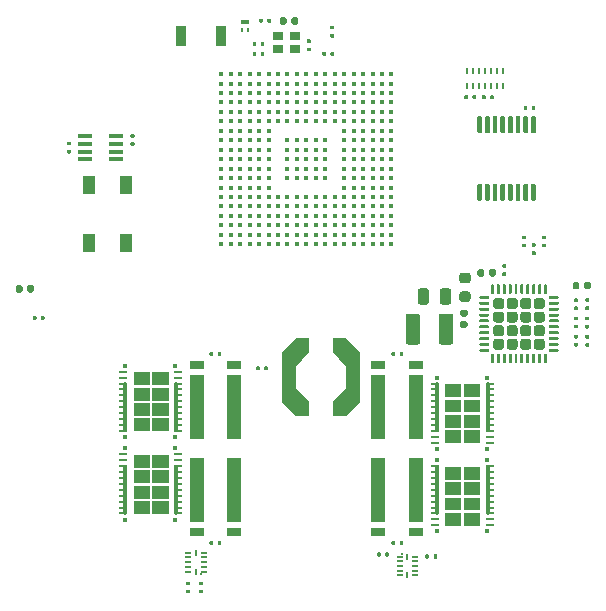
<source format=gtp>
%TF.GenerationSoftware,KiCad,Pcbnew,(5.1.6)-1*%
%TF.CreationDate,2020-11-03T12:16:30+01:00*%
%TF.ProjectId,omodri_laas,6f6d6f64-7269-45f6-9c61-61732e6b6963,1.0*%
%TF.SameCoordinates,Original*%
%TF.FileFunction,Paste,Top*%
%TF.FilePolarity,Positive*%
%FSLAX46Y46*%
G04 Gerber Fmt 4.6, Leading zero omitted, Abs format (unit mm)*
G04 Created by KiCad (PCBNEW (5.1.6)-1) date 2020-11-03 12:16:30*
%MOMM*%
%LPD*%
G01*
G04 APERTURE LIST*
%ADD10C,0.300000*%
%ADD11C,0.100000*%
%ADD12C,0.400000*%
%ADD13R,0.700001X0.249999*%
%ADD14R,0.429999X0.375001*%
%ADD15R,0.200000X0.499999*%
%ADD16R,1.000000X1.500000*%
%ADD17R,1.200000X0.700000*%
%ADD18R,1.200000X5.400000*%
%ADD19R,0.900000X1.700000*%
%ADD20R,1.220000X0.400000*%
%ADD21R,0.250000X0.400000*%
%ADD22R,0.700000X0.400000*%
%ADD23R,0.150000X0.250000*%
%ADD24R,0.200000X0.600000*%
%ADD25R,0.600000X0.200000*%
%ADD26R,0.900000X0.800000*%
G04 APERTURE END LIST*
D10*
%TO.C,Q1*%
X113950000Y-85470000D02*
X113950000Y-81530000D01*
X109650000Y-85470000D02*
X109650000Y-81530000D01*
D11*
G36*
X111650000Y-81550000D02*
G01*
X110400000Y-81550000D01*
X110400000Y-80550000D01*
X111650000Y-80550000D01*
X111650000Y-81550000D01*
G37*
X111650000Y-81550000D02*
X110400000Y-81550000D01*
X110400000Y-80550000D01*
X111650000Y-80550000D01*
X111650000Y-81550000D01*
G36*
X113250000Y-81550000D02*
G01*
X111950000Y-81550000D01*
X111950000Y-80550000D01*
X113250000Y-80550000D01*
X113250000Y-81550000D01*
G37*
X113250000Y-81550000D02*
X111950000Y-81550000D01*
X111950000Y-80550000D01*
X113250000Y-80550000D01*
X113250000Y-81550000D01*
G36*
X111650000Y-82850000D02*
G01*
X110400000Y-82850000D01*
X110400000Y-81850000D01*
X111650000Y-81850000D01*
X111650000Y-82850000D01*
G37*
X111650000Y-82850000D02*
X110400000Y-82850000D01*
X110400000Y-81850000D01*
X111650000Y-81850000D01*
X111650000Y-82850000D01*
G36*
X113250000Y-82850000D02*
G01*
X111950000Y-82850000D01*
X111950000Y-81850000D01*
X113250000Y-81850000D01*
X113250000Y-82850000D01*
G37*
X113250000Y-82850000D02*
X111950000Y-82850000D01*
X111950000Y-81850000D01*
X113250000Y-81850000D01*
X113250000Y-82850000D01*
G36*
X111650000Y-84150000D02*
G01*
X110400000Y-84150000D01*
X110400000Y-83150000D01*
X111650000Y-83150000D01*
X111650000Y-84150000D01*
G37*
X111650000Y-84150000D02*
X110400000Y-84150000D01*
X110400000Y-83150000D01*
X111650000Y-83150000D01*
X111650000Y-84150000D01*
G36*
X113250000Y-84150000D02*
G01*
X111950000Y-84150000D01*
X111950000Y-83150000D01*
X113250000Y-83150000D01*
X113250000Y-84150000D01*
G37*
X113250000Y-84150000D02*
X111950000Y-84150000D01*
X111950000Y-83150000D01*
X113250000Y-83150000D01*
X113250000Y-84150000D01*
G36*
X111650000Y-85450000D02*
G01*
X110400000Y-85450000D01*
X110400000Y-84450000D01*
X111650000Y-84450000D01*
X111650000Y-85450000D01*
G37*
X111650000Y-85450000D02*
X110400000Y-85450000D01*
X110400000Y-84450000D01*
X111650000Y-84450000D01*
X111650000Y-85450000D01*
G36*
X113250000Y-85450000D02*
G01*
X111950000Y-85450000D01*
X111950000Y-84450000D01*
X113250000Y-84450000D01*
X113250000Y-85450000D01*
G37*
X113250000Y-85450000D02*
X111950000Y-85450000D01*
X111950000Y-84450000D01*
X113250000Y-84450000D01*
X113250000Y-85450000D01*
D10*
%TO.C,Q3*%
X113950000Y-92470000D02*
X113950000Y-88530000D01*
X109650000Y-92470000D02*
X109650000Y-88530000D01*
D11*
G36*
X111650000Y-88550000D02*
G01*
X110400000Y-88550000D01*
X110400000Y-87550000D01*
X111650000Y-87550000D01*
X111650000Y-88550000D01*
G37*
X111650000Y-88550000D02*
X110400000Y-88550000D01*
X110400000Y-87550000D01*
X111650000Y-87550000D01*
X111650000Y-88550000D01*
G36*
X113250000Y-88550000D02*
G01*
X111950000Y-88550000D01*
X111950000Y-87550000D01*
X113250000Y-87550000D01*
X113250000Y-88550000D01*
G37*
X113250000Y-88550000D02*
X111950000Y-88550000D01*
X111950000Y-87550000D01*
X113250000Y-87550000D01*
X113250000Y-88550000D01*
G36*
X111650000Y-89850000D02*
G01*
X110400000Y-89850000D01*
X110400000Y-88850000D01*
X111650000Y-88850000D01*
X111650000Y-89850000D01*
G37*
X111650000Y-89850000D02*
X110400000Y-89850000D01*
X110400000Y-88850000D01*
X111650000Y-88850000D01*
X111650000Y-89850000D01*
G36*
X113250000Y-89850000D02*
G01*
X111950000Y-89850000D01*
X111950000Y-88850000D01*
X113250000Y-88850000D01*
X113250000Y-89850000D01*
G37*
X113250000Y-89850000D02*
X111950000Y-89850000D01*
X111950000Y-88850000D01*
X113250000Y-88850000D01*
X113250000Y-89850000D01*
G36*
X111650000Y-91150000D02*
G01*
X110400000Y-91150000D01*
X110400000Y-90150000D01*
X111650000Y-90150000D01*
X111650000Y-91150000D01*
G37*
X111650000Y-91150000D02*
X110400000Y-91150000D01*
X110400000Y-90150000D01*
X111650000Y-90150000D01*
X111650000Y-91150000D01*
G36*
X113250000Y-91150000D02*
G01*
X111950000Y-91150000D01*
X111950000Y-90150000D01*
X113250000Y-90150000D01*
X113250000Y-91150000D01*
G37*
X113250000Y-91150000D02*
X111950000Y-91150000D01*
X111950000Y-90150000D01*
X113250000Y-90150000D01*
X113250000Y-91150000D01*
G36*
X111650000Y-92450000D02*
G01*
X110400000Y-92450000D01*
X110400000Y-91450000D01*
X111650000Y-91450000D01*
X111650000Y-92450000D01*
G37*
X111650000Y-92450000D02*
X110400000Y-92450000D01*
X110400000Y-91450000D01*
X111650000Y-91450000D01*
X111650000Y-92450000D01*
G36*
X113250000Y-92450000D02*
G01*
X111950000Y-92450000D01*
X111950000Y-91450000D01*
X113250000Y-91450000D01*
X113250000Y-92450000D01*
G37*
X113250000Y-92450000D02*
X111950000Y-92450000D01*
X111950000Y-91450000D01*
X113250000Y-91450000D01*
X113250000Y-92450000D01*
D10*
%TO.C,Q4*%
X136050000Y-88529999D02*
X136050000Y-92469999D01*
X140350000Y-88529999D02*
X140350000Y-92469999D01*
D11*
G36*
X138350000Y-92449999D02*
G01*
X139600000Y-92449999D01*
X139600000Y-93449999D01*
X138350000Y-93449999D01*
X138350000Y-92449999D01*
G37*
X138350000Y-92449999D02*
X139600000Y-92449999D01*
X139600000Y-93449999D01*
X138350000Y-93449999D01*
X138350000Y-92449999D01*
G36*
X136750000Y-92449999D02*
G01*
X138050000Y-92449999D01*
X138050000Y-93449999D01*
X136750000Y-93449999D01*
X136750000Y-92449999D01*
G37*
X136750000Y-92449999D02*
X138050000Y-92449999D01*
X138050000Y-93449999D01*
X136750000Y-93449999D01*
X136750000Y-92449999D01*
G36*
X138350000Y-91149999D02*
G01*
X139600000Y-91149999D01*
X139600000Y-92149999D01*
X138350000Y-92149999D01*
X138350000Y-91149999D01*
G37*
X138350000Y-91149999D02*
X139600000Y-91149999D01*
X139600000Y-92149999D01*
X138350000Y-92149999D01*
X138350000Y-91149999D01*
G36*
X136750000Y-91149999D02*
G01*
X138050000Y-91149999D01*
X138050000Y-92149999D01*
X136750000Y-92149999D01*
X136750000Y-91149999D01*
G37*
X136750000Y-91149999D02*
X138050000Y-91149999D01*
X138050000Y-92149999D01*
X136750000Y-92149999D01*
X136750000Y-91149999D01*
G36*
X138350000Y-89849999D02*
G01*
X139600000Y-89849999D01*
X139600000Y-90849999D01*
X138350000Y-90849999D01*
X138350000Y-89849999D01*
G37*
X138350000Y-89849999D02*
X139600000Y-89849999D01*
X139600000Y-90849999D01*
X138350000Y-90849999D01*
X138350000Y-89849999D01*
G36*
X136750000Y-89849999D02*
G01*
X138050000Y-89849999D01*
X138050000Y-90849999D01*
X136750000Y-90849999D01*
X136750000Y-89849999D01*
G37*
X136750000Y-89849999D02*
X138050000Y-89849999D01*
X138050000Y-90849999D01*
X136750000Y-90849999D01*
X136750000Y-89849999D01*
G36*
X138350000Y-88549999D02*
G01*
X139600000Y-88549999D01*
X139600000Y-89549999D01*
X138350000Y-89549999D01*
X138350000Y-88549999D01*
G37*
X138350000Y-88549999D02*
X139600000Y-88549999D01*
X139600000Y-89549999D01*
X138350000Y-89549999D01*
X138350000Y-88549999D01*
G36*
X136750000Y-88549999D02*
G01*
X138050000Y-88549999D01*
X138050000Y-89549999D01*
X136750000Y-89549999D01*
X136750000Y-88549999D01*
G37*
X136750000Y-88549999D02*
X138050000Y-88549999D01*
X138050000Y-89549999D01*
X136750000Y-89549999D01*
X136750000Y-88549999D01*
D10*
%TO.C,Q6*%
X136050000Y-81529999D02*
X136050000Y-85469999D01*
X140350000Y-81529999D02*
X140350000Y-85469999D01*
D11*
G36*
X138350000Y-85449999D02*
G01*
X139600000Y-85449999D01*
X139600000Y-86449999D01*
X138350000Y-86449999D01*
X138350000Y-85449999D01*
G37*
X138350000Y-85449999D02*
X139600000Y-85449999D01*
X139600000Y-86449999D01*
X138350000Y-86449999D01*
X138350000Y-85449999D01*
G36*
X136750000Y-85449999D02*
G01*
X138050000Y-85449999D01*
X138050000Y-86449999D01*
X136750000Y-86449999D01*
X136750000Y-85449999D01*
G37*
X136750000Y-85449999D02*
X138050000Y-85449999D01*
X138050000Y-86449999D01*
X136750000Y-86449999D01*
X136750000Y-85449999D01*
G36*
X138350000Y-84149999D02*
G01*
X139600000Y-84149999D01*
X139600000Y-85149999D01*
X138350000Y-85149999D01*
X138350000Y-84149999D01*
G37*
X138350000Y-84149999D02*
X139600000Y-84149999D01*
X139600000Y-85149999D01*
X138350000Y-85149999D01*
X138350000Y-84149999D01*
G36*
X136750000Y-84149999D02*
G01*
X138050000Y-84149999D01*
X138050000Y-85149999D01*
X136750000Y-85149999D01*
X136750000Y-84149999D01*
G37*
X136750000Y-84149999D02*
X138050000Y-84149999D01*
X138050000Y-85149999D01*
X136750000Y-85149999D01*
X136750000Y-84149999D01*
G36*
X138350000Y-82849999D02*
G01*
X139600000Y-82849999D01*
X139600000Y-83849999D01*
X138350000Y-83849999D01*
X138350000Y-82849999D01*
G37*
X138350000Y-82849999D02*
X139600000Y-82849999D01*
X139600000Y-83849999D01*
X138350000Y-83849999D01*
X138350000Y-82849999D01*
G36*
X136750000Y-82849999D02*
G01*
X138050000Y-82849999D01*
X138050000Y-83849999D01*
X136750000Y-83849999D01*
X136750000Y-82849999D01*
G37*
X136750000Y-82849999D02*
X138050000Y-82849999D01*
X138050000Y-83849999D01*
X136750000Y-83849999D01*
X136750000Y-82849999D01*
G36*
X138350000Y-81549999D02*
G01*
X139600000Y-81549999D01*
X139600000Y-82549999D01*
X138350000Y-82549999D01*
X138350000Y-81549999D01*
G37*
X138350000Y-81549999D02*
X139600000Y-81549999D01*
X139600000Y-82549999D01*
X138350000Y-82549999D01*
X138350000Y-81549999D01*
G36*
X136750000Y-81549999D02*
G01*
X138050000Y-81549999D01*
X138050000Y-82549999D01*
X136750000Y-82549999D01*
X136750000Y-81549999D01*
G37*
X136750000Y-81549999D02*
X138050000Y-81549999D01*
X138050000Y-82549999D01*
X136750000Y-82549999D01*
X136750000Y-81549999D01*
%TD*%
D12*
%TO.C,U1*%
X132200000Y-68100000D03*
X132200000Y-61700000D03*
X132200000Y-62500000D03*
X132200000Y-60100000D03*
X132200000Y-66500000D03*
X132200000Y-69700000D03*
X132200000Y-63300000D03*
X132200000Y-59300000D03*
X132200000Y-55300000D03*
X132200000Y-68900000D03*
X132200000Y-56900000D03*
X132200000Y-64900000D03*
X132200000Y-64100000D03*
X132200000Y-67300000D03*
X132200000Y-57700000D03*
X132200000Y-60900000D03*
X132200000Y-65700000D03*
X132200000Y-56100000D03*
X132200000Y-58500000D03*
X131400000Y-65700000D03*
X131400000Y-56900000D03*
X131400000Y-60100000D03*
X131400000Y-64900000D03*
X131400000Y-55300000D03*
X131400000Y-59300000D03*
X131400000Y-68900000D03*
X131400000Y-64100000D03*
X131400000Y-57700000D03*
X131400000Y-60900000D03*
X131400000Y-66500000D03*
X131400000Y-67300000D03*
X131400000Y-58500000D03*
X131400000Y-62500000D03*
X131400000Y-69700000D03*
X131400000Y-68100000D03*
X131400000Y-61700000D03*
X131400000Y-56100000D03*
X131400000Y-63300000D03*
X130600000Y-64100000D03*
X130600000Y-65700000D03*
X130600000Y-67300000D03*
X130600000Y-57700000D03*
X130600000Y-62500000D03*
X130600000Y-56900000D03*
X130600000Y-60900000D03*
X130600000Y-64900000D03*
X130600000Y-55300000D03*
X130600000Y-69700000D03*
X130600000Y-60100000D03*
X130600000Y-59300000D03*
X130600000Y-68100000D03*
X130600000Y-66500000D03*
X130600000Y-58500000D03*
X130600000Y-61700000D03*
X130600000Y-68900000D03*
X130600000Y-56100000D03*
X130600000Y-63300000D03*
X129800000Y-62500000D03*
X129800000Y-68900000D03*
X129800000Y-57700000D03*
X129800000Y-60900000D03*
X129800000Y-56100000D03*
X129800000Y-56900000D03*
X129800000Y-69700000D03*
X129800000Y-66500000D03*
X129800000Y-68100000D03*
X129800000Y-55300000D03*
X129800000Y-59300000D03*
X129800000Y-63300000D03*
X129800000Y-60100000D03*
X129800000Y-58500000D03*
X129800000Y-64100000D03*
X129800000Y-65700000D03*
X129800000Y-61700000D03*
X129800000Y-67300000D03*
X129800000Y-64900000D03*
X129000000Y-68100000D03*
X129000000Y-68900000D03*
X129000000Y-66500000D03*
X129000000Y-63300000D03*
X129000000Y-56900000D03*
X129000000Y-60100000D03*
X129000000Y-64100000D03*
X129000000Y-57700000D03*
X129000000Y-59300000D03*
X129000000Y-65700000D03*
X129000000Y-55300000D03*
X129000000Y-61700000D03*
X129000000Y-69700000D03*
X129000000Y-67300000D03*
X129000000Y-62500000D03*
X129000000Y-60900000D03*
X129000000Y-64900000D03*
X129000000Y-56100000D03*
X129000000Y-58500000D03*
X128200000Y-69700000D03*
X128200000Y-55300000D03*
X128200000Y-57700000D03*
X128200000Y-67300000D03*
X128200000Y-56900000D03*
X128200000Y-62500000D03*
X128200000Y-68900000D03*
X128200000Y-60100000D03*
X128200000Y-59300000D03*
X128200000Y-64100000D03*
X128200000Y-65700000D03*
X128200000Y-61700000D03*
X128200000Y-64900000D03*
X128200000Y-66500000D03*
X128200000Y-63300000D03*
X128200000Y-56100000D03*
X128200000Y-58500000D03*
X128200000Y-60900000D03*
X128200000Y-68100000D03*
X127400000Y-65700000D03*
X127400000Y-56100000D03*
X127400000Y-66500000D03*
X127400000Y-67300000D03*
X127400000Y-56900000D03*
X127400000Y-55300000D03*
X127400000Y-68100000D03*
X127400000Y-57700000D03*
X127400000Y-68900000D03*
X127400000Y-59300000D03*
X127400000Y-69700000D03*
X127400000Y-58500000D03*
X126600000Y-55300000D03*
X126600000Y-66500000D03*
X126600000Y-65700000D03*
X126600000Y-56100000D03*
X126600000Y-57700000D03*
X126600000Y-68100000D03*
X126600000Y-67300000D03*
X126600000Y-56900000D03*
X126600000Y-68900000D03*
X126600000Y-59300000D03*
X126600000Y-69700000D03*
X126600000Y-58500000D03*
X125000000Y-56100000D03*
X125800000Y-60900000D03*
X125000000Y-68100000D03*
X125000000Y-67300000D03*
X125000000Y-66500000D03*
X125800000Y-64100000D03*
X125000000Y-56900000D03*
X125000000Y-55300000D03*
X125000000Y-57700000D03*
X125000000Y-65700000D03*
X125800000Y-62500000D03*
X125000000Y-59300000D03*
X125000000Y-69700000D03*
X125800000Y-63300000D03*
X125000000Y-68900000D03*
X125000000Y-58500000D03*
X125800000Y-61700000D03*
X125800000Y-56100000D03*
X125800000Y-68900000D03*
X126600000Y-63300000D03*
X125800000Y-69700000D03*
X125800000Y-55300000D03*
X125800000Y-66500000D03*
X125800000Y-67300000D03*
X125800000Y-59300000D03*
X126600000Y-64100000D03*
X125800000Y-68100000D03*
X125800000Y-58500000D03*
X126600000Y-60900000D03*
X126600000Y-61700000D03*
X125800000Y-57700000D03*
X125800000Y-65700000D03*
X126600000Y-62500000D03*
X125800000Y-56900000D03*
X124200000Y-68900000D03*
X124200000Y-58500000D03*
X124200000Y-59300000D03*
X124200000Y-55300000D03*
X124200000Y-68100000D03*
X125000000Y-63300000D03*
X125000000Y-60900000D03*
X124200000Y-56100000D03*
X125000000Y-62500000D03*
X125000000Y-64100000D03*
X124200000Y-65700000D03*
X124200000Y-66500000D03*
X124200000Y-69700000D03*
X124200000Y-57700000D03*
X125000000Y-61700000D03*
X124200000Y-67300000D03*
X124200000Y-56900000D03*
X124200000Y-60900000D03*
X123400000Y-65700000D03*
X123400000Y-58500000D03*
X123400000Y-56100000D03*
X123400000Y-66500000D03*
X124200000Y-63300000D03*
X124200000Y-64100000D03*
X123400000Y-59300000D03*
X123400000Y-55300000D03*
X123400000Y-69700000D03*
X123400000Y-68100000D03*
X123400000Y-68900000D03*
X124200000Y-62500000D03*
X123400000Y-57700000D03*
X124200000Y-61700000D03*
X123400000Y-56900000D03*
X123400000Y-67300000D03*
X123400000Y-60900000D03*
X122600000Y-58500000D03*
X122600000Y-55300000D03*
X122600000Y-59300000D03*
X123400000Y-64100000D03*
X122600000Y-56100000D03*
X122600000Y-65700000D03*
X122600000Y-66500000D03*
X123400000Y-63300000D03*
X123400000Y-62500000D03*
X122600000Y-57700000D03*
X123400000Y-61700000D03*
X122600000Y-56900000D03*
X122600000Y-69700000D03*
X122600000Y-68100000D03*
X122600000Y-68900000D03*
X122600000Y-67300000D03*
X121800000Y-56100000D03*
X121800000Y-56900000D03*
X121800000Y-57700000D03*
X121800000Y-58500000D03*
X121800000Y-59300000D03*
X121800000Y-60100000D03*
X121800000Y-60900000D03*
X121800000Y-61700000D03*
X121800000Y-62500000D03*
X121800000Y-63300000D03*
X121800000Y-55300000D03*
X121800000Y-64100000D03*
X121800000Y-64900000D03*
X121800000Y-65700000D03*
X121800000Y-66500000D03*
X121000000Y-56100000D03*
X121000000Y-55300000D03*
X121000000Y-57700000D03*
X121000000Y-56900000D03*
X121000000Y-64900000D03*
X121000000Y-64100000D03*
X121000000Y-62500000D03*
X121000000Y-63300000D03*
X121000000Y-61700000D03*
X121000000Y-60900000D03*
X121000000Y-60100000D03*
X121000000Y-59300000D03*
X121000000Y-58500000D03*
X121800000Y-68100000D03*
X121000000Y-65700000D03*
X120200000Y-69700000D03*
X121800000Y-68900000D03*
X121800000Y-69700000D03*
X120200000Y-65700000D03*
X120200000Y-64900000D03*
X120200000Y-63300000D03*
X120200000Y-62500000D03*
X120200000Y-61700000D03*
X120200000Y-60900000D03*
X120200000Y-59300000D03*
X120200000Y-58500000D03*
X120200000Y-57700000D03*
X121000000Y-69700000D03*
X121000000Y-68900000D03*
X120200000Y-56100000D03*
X120200000Y-55300000D03*
X121000000Y-68100000D03*
X120200000Y-64100000D03*
X120200000Y-56900000D03*
X120200000Y-68900000D03*
X120200000Y-67300000D03*
X121000000Y-67300000D03*
X120200000Y-68100000D03*
X120200000Y-60100000D03*
X120200000Y-66500000D03*
X121000000Y-66500000D03*
X121800000Y-67300000D03*
X119400000Y-55300000D03*
X119400000Y-56100000D03*
X119400000Y-56900000D03*
X119400000Y-57700000D03*
X119400000Y-58500000D03*
X119400000Y-59300000D03*
X119400000Y-60100000D03*
X119400000Y-60900000D03*
X119400000Y-61700000D03*
X119400000Y-62500000D03*
X119400000Y-63300000D03*
X119400000Y-64100000D03*
X119400000Y-64900000D03*
X119400000Y-65700000D03*
X119400000Y-66500000D03*
X119400000Y-67300000D03*
X119400000Y-68100000D03*
X119400000Y-68900000D03*
X119400000Y-69700000D03*
X117800000Y-69700000D03*
X117800000Y-68900000D03*
X117800000Y-68100000D03*
X117800000Y-67300000D03*
X117800000Y-66500000D03*
X117800000Y-65700000D03*
X117800000Y-64900000D03*
X117800000Y-64100000D03*
X117800000Y-63300000D03*
X117800000Y-62500000D03*
X117800000Y-61700000D03*
X117800000Y-60900000D03*
X117800000Y-60100000D03*
X117800000Y-59300000D03*
X117800000Y-58500000D03*
X117800000Y-57700000D03*
X117800000Y-56900000D03*
X117800000Y-56100000D03*
X117800000Y-55300000D03*
X118600000Y-69700000D03*
X118600000Y-68900000D03*
X118600000Y-68100000D03*
X118600000Y-67300000D03*
X118600000Y-66500000D03*
X118600000Y-65700000D03*
X118600000Y-64900000D03*
X118600000Y-64100000D03*
X118600000Y-63300000D03*
X118600000Y-62500000D03*
X118600000Y-61700000D03*
X118600000Y-60900000D03*
X118600000Y-60100000D03*
X118600000Y-59300000D03*
X118600000Y-58500000D03*
X118600000Y-57700000D03*
X118600000Y-56900000D03*
X118600000Y-56100000D03*
X118600000Y-55300000D03*
%TD*%
D11*
%TO.C,L1*%
G36*
X127250000Y-83062500D02*
G01*
X128375000Y-81862500D01*
X128375000Y-80062500D01*
X127250000Y-78862500D01*
X127250000Y-77662500D01*
X128375000Y-77662500D01*
X129550000Y-78837500D01*
X129550000Y-83087500D01*
X128375000Y-84262500D01*
X127250000Y-84262500D01*
X127250000Y-83062500D01*
G37*
G36*
X125250000Y-78862500D02*
G01*
X124125000Y-80062500D01*
X124125000Y-81862500D01*
X125250000Y-83062500D01*
X125250000Y-84262500D01*
X124125000Y-84262500D01*
X122950000Y-83087500D01*
X122950000Y-78837500D01*
X124125000Y-77662500D01*
X125250000Y-77662500D01*
X125250000Y-78862500D01*
G37*
%TD*%
D13*
%TO.C,Q1*%
X109450000Y-80500000D03*
X109450000Y-80999999D03*
X109450000Y-81500000D03*
X109450000Y-81999999D03*
X109450000Y-82500001D03*
X109450000Y-83000000D03*
X109450000Y-83499999D03*
X109450000Y-84000001D03*
X109450000Y-84500000D03*
X109450000Y-85000001D03*
X109450000Y-85500000D03*
X114150000Y-85500000D03*
X114150000Y-85000001D03*
X114150000Y-84500000D03*
X114150000Y-84000001D03*
X114150000Y-83499999D03*
X114150000Y-83000000D03*
X114150000Y-82500001D03*
X114150000Y-81999999D03*
X114150000Y-81500000D03*
X114150000Y-80999999D03*
X114150000Y-80500000D03*
D14*
X109685000Y-79987001D03*
X109685000Y-86012999D03*
X113915000Y-86012999D03*
X113915000Y-79987001D03*
%TD*%
D13*
%TO.C,Q3*%
X109450000Y-87500000D03*
X109450000Y-87999999D03*
X109450000Y-88500000D03*
X109450000Y-88999999D03*
X109450000Y-89500001D03*
X109450000Y-90000000D03*
X109450000Y-90499999D03*
X109450000Y-91000001D03*
X109450000Y-91500000D03*
X109450000Y-92000001D03*
X109450000Y-92500000D03*
X114150000Y-92500000D03*
X114150000Y-92000001D03*
X114150000Y-91500000D03*
X114150000Y-91000001D03*
X114150000Y-90499999D03*
X114150000Y-90000000D03*
X114150000Y-89500001D03*
X114150000Y-88999999D03*
X114150000Y-88500000D03*
X114150000Y-87999999D03*
X114150000Y-87500000D03*
D14*
X109685000Y-86987001D03*
X109685000Y-93012999D03*
X113915000Y-93012999D03*
X113915000Y-86987001D03*
%TD*%
D13*
%TO.C,Q4*%
X140550000Y-93499999D03*
X140550000Y-93000000D03*
X140550000Y-92499999D03*
X140550000Y-92000000D03*
X140550000Y-91499998D03*
X140550000Y-90999999D03*
X140550000Y-90500000D03*
X140550000Y-89999998D03*
X140550000Y-89499999D03*
X140550000Y-88999998D03*
X140550000Y-88499999D03*
X135850000Y-88499999D03*
X135850000Y-88999998D03*
X135850000Y-89499999D03*
X135850000Y-89999998D03*
X135850000Y-90500000D03*
X135850000Y-90999999D03*
X135850000Y-91499998D03*
X135850000Y-92000000D03*
X135850000Y-92499999D03*
X135850000Y-93000000D03*
X135850000Y-93499999D03*
D14*
X140315000Y-94012998D03*
X140315000Y-87987000D03*
X136085000Y-87987000D03*
X136085000Y-94012998D03*
%TD*%
D13*
%TO.C,Q6*%
X140550000Y-86499999D03*
X140550000Y-86000000D03*
X140550000Y-85499999D03*
X140550000Y-85000000D03*
X140550000Y-84499998D03*
X140550000Y-83999999D03*
X140550000Y-83500000D03*
X140550000Y-82999998D03*
X140550000Y-82499999D03*
X140550000Y-81999998D03*
X140550000Y-81499999D03*
X135850000Y-81499999D03*
X135850000Y-81999998D03*
X135850000Y-82499999D03*
X135850000Y-82999998D03*
X135850000Y-83500000D03*
X135850000Y-83999999D03*
X135850000Y-84499998D03*
X135850000Y-85000000D03*
X135850000Y-85499999D03*
X135850000Y-86000000D03*
X135850000Y-86499999D03*
D14*
X140315000Y-87012998D03*
X140315000Y-80987000D03*
X136085000Y-80987000D03*
X136085000Y-87012998D03*
%TD*%
D15*
%TO.C,U9*%
X141624999Y-55075000D03*
X141125000Y-55075000D03*
X140624998Y-55075000D03*
X140124999Y-55075000D03*
X139624997Y-55075000D03*
X139124998Y-55075000D03*
X138624999Y-55075000D03*
X138624999Y-56325000D03*
X139124998Y-56325000D03*
X139624997Y-56325000D03*
X140124999Y-56325000D03*
X140624998Y-56325000D03*
X141125000Y-56325000D03*
X141624999Y-56325000D03*
%TD*%
%TO.C,U10*%
G36*
G01*
X144125000Y-64575000D02*
X144325000Y-64575000D01*
G75*
G02*
X144425000Y-64675000I0J-100000D01*
G01*
X144425000Y-65950000D01*
G75*
G02*
X144325000Y-66050000I-100000J0D01*
G01*
X144125000Y-66050000D01*
G75*
G02*
X144025000Y-65950000I0J100000D01*
G01*
X144025000Y-64675000D01*
G75*
G02*
X144125000Y-64575000I100000J0D01*
G01*
G37*
G36*
G01*
X143475000Y-64575000D02*
X143675000Y-64575000D01*
G75*
G02*
X143775000Y-64675000I0J-100000D01*
G01*
X143775000Y-65950000D01*
G75*
G02*
X143675000Y-66050000I-100000J0D01*
G01*
X143475000Y-66050000D01*
G75*
G02*
X143375000Y-65950000I0J100000D01*
G01*
X143375000Y-64675000D01*
G75*
G02*
X143475000Y-64575000I100000J0D01*
G01*
G37*
G36*
G01*
X142825000Y-64575000D02*
X143025000Y-64575000D01*
G75*
G02*
X143125000Y-64675000I0J-100000D01*
G01*
X143125000Y-65950000D01*
G75*
G02*
X143025000Y-66050000I-100000J0D01*
G01*
X142825000Y-66050000D01*
G75*
G02*
X142725000Y-65950000I0J100000D01*
G01*
X142725000Y-64675000D01*
G75*
G02*
X142825000Y-64575000I100000J0D01*
G01*
G37*
G36*
G01*
X142175000Y-64575000D02*
X142375000Y-64575000D01*
G75*
G02*
X142475000Y-64675000I0J-100000D01*
G01*
X142475000Y-65950000D01*
G75*
G02*
X142375000Y-66050000I-100000J0D01*
G01*
X142175000Y-66050000D01*
G75*
G02*
X142075000Y-65950000I0J100000D01*
G01*
X142075000Y-64675000D01*
G75*
G02*
X142175000Y-64575000I100000J0D01*
G01*
G37*
G36*
G01*
X141525000Y-64575000D02*
X141725000Y-64575000D01*
G75*
G02*
X141825000Y-64675000I0J-100000D01*
G01*
X141825000Y-65950000D01*
G75*
G02*
X141725000Y-66050000I-100000J0D01*
G01*
X141525000Y-66050000D01*
G75*
G02*
X141425000Y-65950000I0J100000D01*
G01*
X141425000Y-64675000D01*
G75*
G02*
X141525000Y-64575000I100000J0D01*
G01*
G37*
G36*
G01*
X140875000Y-64575000D02*
X141075000Y-64575000D01*
G75*
G02*
X141175000Y-64675000I0J-100000D01*
G01*
X141175000Y-65950000D01*
G75*
G02*
X141075000Y-66050000I-100000J0D01*
G01*
X140875000Y-66050000D01*
G75*
G02*
X140775000Y-65950000I0J100000D01*
G01*
X140775000Y-64675000D01*
G75*
G02*
X140875000Y-64575000I100000J0D01*
G01*
G37*
G36*
G01*
X140225000Y-64575000D02*
X140425000Y-64575000D01*
G75*
G02*
X140525000Y-64675000I0J-100000D01*
G01*
X140525000Y-65950000D01*
G75*
G02*
X140425000Y-66050000I-100000J0D01*
G01*
X140225000Y-66050000D01*
G75*
G02*
X140125000Y-65950000I0J100000D01*
G01*
X140125000Y-64675000D01*
G75*
G02*
X140225000Y-64575000I100000J0D01*
G01*
G37*
G36*
G01*
X139575000Y-64575000D02*
X139775000Y-64575000D01*
G75*
G02*
X139875000Y-64675000I0J-100000D01*
G01*
X139875000Y-65950000D01*
G75*
G02*
X139775000Y-66050000I-100000J0D01*
G01*
X139575000Y-66050000D01*
G75*
G02*
X139475000Y-65950000I0J100000D01*
G01*
X139475000Y-64675000D01*
G75*
G02*
X139575000Y-64575000I100000J0D01*
G01*
G37*
G36*
G01*
X139575000Y-58850000D02*
X139775000Y-58850000D01*
G75*
G02*
X139875000Y-58950000I0J-100000D01*
G01*
X139875000Y-60225000D01*
G75*
G02*
X139775000Y-60325000I-100000J0D01*
G01*
X139575000Y-60325000D01*
G75*
G02*
X139475000Y-60225000I0J100000D01*
G01*
X139475000Y-58950000D01*
G75*
G02*
X139575000Y-58850000I100000J0D01*
G01*
G37*
G36*
G01*
X140225000Y-58850000D02*
X140425000Y-58850000D01*
G75*
G02*
X140525000Y-58950000I0J-100000D01*
G01*
X140525000Y-60225000D01*
G75*
G02*
X140425000Y-60325000I-100000J0D01*
G01*
X140225000Y-60325000D01*
G75*
G02*
X140125000Y-60225000I0J100000D01*
G01*
X140125000Y-58950000D01*
G75*
G02*
X140225000Y-58850000I100000J0D01*
G01*
G37*
G36*
G01*
X140875000Y-58850000D02*
X141075000Y-58850000D01*
G75*
G02*
X141175000Y-58950000I0J-100000D01*
G01*
X141175000Y-60225000D01*
G75*
G02*
X141075000Y-60325000I-100000J0D01*
G01*
X140875000Y-60325000D01*
G75*
G02*
X140775000Y-60225000I0J100000D01*
G01*
X140775000Y-58950000D01*
G75*
G02*
X140875000Y-58850000I100000J0D01*
G01*
G37*
G36*
G01*
X141525000Y-58850000D02*
X141725000Y-58850000D01*
G75*
G02*
X141825000Y-58950000I0J-100000D01*
G01*
X141825000Y-60225000D01*
G75*
G02*
X141725000Y-60325000I-100000J0D01*
G01*
X141525000Y-60325000D01*
G75*
G02*
X141425000Y-60225000I0J100000D01*
G01*
X141425000Y-58950000D01*
G75*
G02*
X141525000Y-58850000I100000J0D01*
G01*
G37*
G36*
G01*
X142175000Y-58850000D02*
X142375000Y-58850000D01*
G75*
G02*
X142475000Y-58950000I0J-100000D01*
G01*
X142475000Y-60225000D01*
G75*
G02*
X142375000Y-60325000I-100000J0D01*
G01*
X142175000Y-60325000D01*
G75*
G02*
X142075000Y-60225000I0J100000D01*
G01*
X142075000Y-58950000D01*
G75*
G02*
X142175000Y-58850000I100000J0D01*
G01*
G37*
G36*
G01*
X142825000Y-58850000D02*
X143025000Y-58850000D01*
G75*
G02*
X143125000Y-58950000I0J-100000D01*
G01*
X143125000Y-60225000D01*
G75*
G02*
X143025000Y-60325000I-100000J0D01*
G01*
X142825000Y-60325000D01*
G75*
G02*
X142725000Y-60225000I0J100000D01*
G01*
X142725000Y-58950000D01*
G75*
G02*
X142825000Y-58850000I100000J0D01*
G01*
G37*
G36*
G01*
X143475000Y-58850000D02*
X143675000Y-58850000D01*
G75*
G02*
X143775000Y-58950000I0J-100000D01*
G01*
X143775000Y-60225000D01*
G75*
G02*
X143675000Y-60325000I-100000J0D01*
G01*
X143475000Y-60325000D01*
G75*
G02*
X143375000Y-60225000I0J100000D01*
G01*
X143375000Y-58950000D01*
G75*
G02*
X143475000Y-58850000I100000J0D01*
G01*
G37*
G36*
G01*
X144125000Y-58850000D02*
X144325000Y-58850000D01*
G75*
G02*
X144425000Y-58950000I0J-100000D01*
G01*
X144425000Y-60225000D01*
G75*
G02*
X144325000Y-60325000I-100000J0D01*
G01*
X144125000Y-60325000D01*
G75*
G02*
X144025000Y-60225000I0J100000D01*
G01*
X144025000Y-58950000D01*
G75*
G02*
X144125000Y-58850000I100000J0D01*
G01*
G37*
%TD*%
%TO.C,C92*%
G36*
G01*
X135387500Y-73668750D02*
X135387500Y-74581250D01*
G75*
G02*
X135143750Y-74825000I-243750J0D01*
G01*
X134656250Y-74825000D01*
G75*
G02*
X134412500Y-74581250I0J243750D01*
G01*
X134412500Y-73668750D01*
G75*
G02*
X134656250Y-73425000I243750J0D01*
G01*
X135143750Y-73425000D01*
G75*
G02*
X135387500Y-73668750I0J-243750D01*
G01*
G37*
G36*
G01*
X137262500Y-73668750D02*
X137262500Y-74581250D01*
G75*
G02*
X137018750Y-74825000I-243750J0D01*
G01*
X136531250Y-74825000D01*
G75*
G02*
X136287500Y-74581250I0J243750D01*
G01*
X136287500Y-73668750D01*
G75*
G02*
X136531250Y-73425000I243750J0D01*
G01*
X137018750Y-73425000D01*
G75*
G02*
X137262500Y-73668750I0J-243750D01*
G01*
G37*
%TD*%
%TO.C,R54*%
G36*
G01*
X147729500Y-76516000D02*
X147930500Y-76516000D01*
G75*
G02*
X148010000Y-76595500I0J-79500D01*
G01*
X148010000Y-76754500D01*
G75*
G02*
X147930500Y-76834000I-79500J0D01*
G01*
X147729500Y-76834000D01*
G75*
G02*
X147650000Y-76754500I0J79500D01*
G01*
X147650000Y-76595500D01*
G75*
G02*
X147729500Y-76516000I79500J0D01*
G01*
G37*
G36*
G01*
X147729500Y-75826000D02*
X147930500Y-75826000D01*
G75*
G02*
X148010000Y-75905500I0J-79500D01*
G01*
X148010000Y-76064500D01*
G75*
G02*
X147930500Y-76144000I-79500J0D01*
G01*
X147729500Y-76144000D01*
G75*
G02*
X147650000Y-76064500I0J79500D01*
G01*
X147650000Y-75905500D01*
G75*
G02*
X147729500Y-75826000I79500J0D01*
G01*
G37*
%TD*%
%TO.C,R55*%
G36*
G01*
X147729500Y-74966000D02*
X147930500Y-74966000D01*
G75*
G02*
X148010000Y-75045500I0J-79500D01*
G01*
X148010000Y-75204500D01*
G75*
G02*
X147930500Y-75284000I-79500J0D01*
G01*
X147729500Y-75284000D01*
G75*
G02*
X147650000Y-75204500I0J79500D01*
G01*
X147650000Y-75045500D01*
G75*
G02*
X147729500Y-74966000I79500J0D01*
G01*
G37*
G36*
G01*
X147729500Y-74276000D02*
X147930500Y-74276000D01*
G75*
G02*
X148010000Y-74355500I0J-79500D01*
G01*
X148010000Y-74514500D01*
G75*
G02*
X147930500Y-74594000I-79500J0D01*
G01*
X147729500Y-74594000D01*
G75*
G02*
X147650000Y-74514500I0J79500D01*
G01*
X147650000Y-74355500D01*
G75*
G02*
X147729500Y-74276000I79500J0D01*
G01*
G37*
%TD*%
%TO.C,R51*%
G36*
G01*
X147729500Y-78066000D02*
X147930500Y-78066000D01*
G75*
G02*
X148010000Y-78145500I0J-79500D01*
G01*
X148010000Y-78304500D01*
G75*
G02*
X147930500Y-78384000I-79500J0D01*
G01*
X147729500Y-78384000D01*
G75*
G02*
X147650000Y-78304500I0J79500D01*
G01*
X147650000Y-78145500D01*
G75*
G02*
X147729500Y-78066000I79500J0D01*
G01*
G37*
G36*
G01*
X147729500Y-77376000D02*
X147930500Y-77376000D01*
G75*
G02*
X148010000Y-77455500I0J-79500D01*
G01*
X148010000Y-77614500D01*
G75*
G02*
X147930500Y-77694000I-79500J0D01*
G01*
X147729500Y-77694000D01*
G75*
G02*
X147650000Y-77614500I0J79500D01*
G01*
X147650000Y-77455500D01*
G75*
G02*
X147729500Y-77376000I79500J0D01*
G01*
G37*
%TD*%
%TO.C,C101*%
G36*
G01*
X148679500Y-74966000D02*
X148880500Y-74966000D01*
G75*
G02*
X148960000Y-75045500I0J-79500D01*
G01*
X148960000Y-75204500D01*
G75*
G02*
X148880500Y-75284000I-79500J0D01*
G01*
X148679500Y-75284000D01*
G75*
G02*
X148600000Y-75204500I0J79500D01*
G01*
X148600000Y-75045500D01*
G75*
G02*
X148679500Y-74966000I79500J0D01*
G01*
G37*
G36*
G01*
X148679500Y-74276000D02*
X148880500Y-74276000D01*
G75*
G02*
X148960000Y-74355500I0J-79500D01*
G01*
X148960000Y-74514500D01*
G75*
G02*
X148880500Y-74594000I-79500J0D01*
G01*
X148679500Y-74594000D01*
G75*
G02*
X148600000Y-74514500I0J79500D01*
G01*
X148600000Y-74355500D01*
G75*
G02*
X148679500Y-74276000I79500J0D01*
G01*
G37*
%TD*%
%TO.C,C99*%
G36*
G01*
X148679500Y-78066000D02*
X148880500Y-78066000D01*
G75*
G02*
X148960000Y-78145500I0J-79500D01*
G01*
X148960000Y-78304500D01*
G75*
G02*
X148880500Y-78384000I-79500J0D01*
G01*
X148679500Y-78384000D01*
G75*
G02*
X148600000Y-78304500I0J79500D01*
G01*
X148600000Y-78145500D01*
G75*
G02*
X148679500Y-78066000I79500J0D01*
G01*
G37*
G36*
G01*
X148679500Y-77376000D02*
X148880500Y-77376000D01*
G75*
G02*
X148960000Y-77455500I0J-79500D01*
G01*
X148960000Y-77614500D01*
G75*
G02*
X148880500Y-77694000I-79500J0D01*
G01*
X148679500Y-77694000D01*
G75*
G02*
X148600000Y-77614500I0J79500D01*
G01*
X148600000Y-77455500D01*
G75*
G02*
X148679500Y-77376000I79500J0D01*
G01*
G37*
%TD*%
%TO.C,C100*%
G36*
G01*
X148679500Y-76521000D02*
X148880500Y-76521000D01*
G75*
G02*
X148960000Y-76600500I0J-79500D01*
G01*
X148960000Y-76759500D01*
G75*
G02*
X148880500Y-76839000I-79500J0D01*
G01*
X148679500Y-76839000D01*
G75*
G02*
X148600000Y-76759500I0J79500D01*
G01*
X148600000Y-76600500D01*
G75*
G02*
X148679500Y-76521000I79500J0D01*
G01*
G37*
G36*
G01*
X148679500Y-75831000D02*
X148880500Y-75831000D01*
G75*
G02*
X148960000Y-75910500I0J-79500D01*
G01*
X148960000Y-76069500D01*
G75*
G02*
X148880500Y-76149000I-79500J0D01*
G01*
X148679500Y-76149000D01*
G75*
G02*
X148600000Y-76069500I0J79500D01*
G01*
X148600000Y-75910500D01*
G75*
G02*
X148679500Y-75831000I79500J0D01*
G01*
G37*
%TD*%
%TO.C,C94*%
G36*
G01*
X141850500Y-71709000D02*
X141649500Y-71709000D01*
G75*
G02*
X141570000Y-71629500I0J79500D01*
G01*
X141570000Y-71470500D01*
G75*
G02*
X141649500Y-71391000I79500J0D01*
G01*
X141850500Y-71391000D01*
G75*
G02*
X141930000Y-71470500I0J-79500D01*
G01*
X141930000Y-71629500D01*
G75*
G02*
X141850500Y-71709000I-79500J0D01*
G01*
G37*
G36*
G01*
X141850500Y-72399000D02*
X141649500Y-72399000D01*
G75*
G02*
X141570000Y-72319500I0J79500D01*
G01*
X141570000Y-72160500D01*
G75*
G02*
X141649500Y-72081000I79500J0D01*
G01*
X141850500Y-72081000D01*
G75*
G02*
X141930000Y-72160500I0J-79500D01*
G01*
X141930000Y-72319500D01*
G75*
G02*
X141850500Y-72399000I-79500J0D01*
G01*
G37*
%TD*%
%TO.C,C2*%
G36*
G01*
X144159500Y-70296000D02*
X144360500Y-70296000D01*
G75*
G02*
X144440000Y-70375500I0J-79500D01*
G01*
X144440000Y-70534500D01*
G75*
G02*
X144360500Y-70614000I-79500J0D01*
G01*
X144159500Y-70614000D01*
G75*
G02*
X144080000Y-70534500I0J79500D01*
G01*
X144080000Y-70375500D01*
G75*
G02*
X144159500Y-70296000I79500J0D01*
G01*
G37*
G36*
G01*
X144159500Y-69606000D02*
X144360500Y-69606000D01*
G75*
G02*
X144440000Y-69685500I0J-79500D01*
G01*
X144440000Y-69844500D01*
G75*
G02*
X144360500Y-69924000I-79500J0D01*
G01*
X144159500Y-69924000D01*
G75*
G02*
X144080000Y-69844500I0J79500D01*
G01*
X144080000Y-69685500D01*
G75*
G02*
X144159500Y-69606000I79500J0D01*
G01*
G37*
%TD*%
%TO.C,C61*%
G36*
G01*
X115974500Y-98956000D02*
X116175500Y-98956000D01*
G75*
G02*
X116255000Y-99035500I0J-79500D01*
G01*
X116255000Y-99194500D01*
G75*
G02*
X116175500Y-99274000I-79500J0D01*
G01*
X115974500Y-99274000D01*
G75*
G02*
X115895000Y-99194500I0J79500D01*
G01*
X115895000Y-99035500D01*
G75*
G02*
X115974500Y-98956000I79500J0D01*
G01*
G37*
G36*
G01*
X115974500Y-98266000D02*
X116175500Y-98266000D01*
G75*
G02*
X116255000Y-98345500I0J-79500D01*
G01*
X116255000Y-98504500D01*
G75*
G02*
X116175500Y-98584000I-79500J0D01*
G01*
X115974500Y-98584000D01*
G75*
G02*
X115895000Y-98504500I0J79500D01*
G01*
X115895000Y-98345500D01*
G75*
G02*
X115974500Y-98266000I79500J0D01*
G01*
G37*
%TD*%
%TO.C,C62*%
G36*
G01*
X114899500Y-98956000D02*
X115100500Y-98956000D01*
G75*
G02*
X115180000Y-99035500I0J-79500D01*
G01*
X115180000Y-99194500D01*
G75*
G02*
X115100500Y-99274000I-79500J0D01*
G01*
X114899500Y-99274000D01*
G75*
G02*
X114820000Y-99194500I0J79500D01*
G01*
X114820000Y-99035500D01*
G75*
G02*
X114899500Y-98956000I79500J0D01*
G01*
G37*
G36*
G01*
X114899500Y-98266000D02*
X115100500Y-98266000D01*
G75*
G02*
X115180000Y-98345500I0J-79500D01*
G01*
X115180000Y-98504500D01*
G75*
G02*
X115100500Y-98584000I-79500J0D01*
G01*
X114899500Y-98584000D01*
G75*
G02*
X114820000Y-98504500I0J79500D01*
G01*
X114820000Y-98345500D01*
G75*
G02*
X114899500Y-98266000I79500J0D01*
G01*
G37*
%TD*%
%TO.C,C67*%
G36*
G01*
X110390500Y-60689000D02*
X110189500Y-60689000D01*
G75*
G02*
X110110000Y-60609500I0J79500D01*
G01*
X110110000Y-60450500D01*
G75*
G02*
X110189500Y-60371000I79500J0D01*
G01*
X110390500Y-60371000D01*
G75*
G02*
X110470000Y-60450500I0J-79500D01*
G01*
X110470000Y-60609500D01*
G75*
G02*
X110390500Y-60689000I-79500J0D01*
G01*
G37*
G36*
G01*
X110390500Y-61379000D02*
X110189500Y-61379000D01*
G75*
G02*
X110110000Y-61299500I0J79500D01*
G01*
X110110000Y-61140500D01*
G75*
G02*
X110189500Y-61061000I79500J0D01*
G01*
X110390500Y-61061000D01*
G75*
G02*
X110470000Y-61140500I0J-79500D01*
G01*
X110470000Y-61299500D01*
G75*
G02*
X110390500Y-61379000I-79500J0D01*
G01*
G37*
%TD*%
%TO.C,C69*%
G36*
G01*
X125300500Y-52684000D02*
X125099500Y-52684000D01*
G75*
G02*
X125020000Y-52604500I0J79500D01*
G01*
X125020000Y-52445500D01*
G75*
G02*
X125099500Y-52366000I79500J0D01*
G01*
X125300500Y-52366000D01*
G75*
G02*
X125380000Y-52445500I0J-79500D01*
G01*
X125380000Y-52604500D01*
G75*
G02*
X125300500Y-52684000I-79500J0D01*
G01*
G37*
G36*
G01*
X125300500Y-53374000D02*
X125099500Y-53374000D01*
G75*
G02*
X125020000Y-53294500I0J79500D01*
G01*
X125020000Y-53135500D01*
G75*
G02*
X125099500Y-53056000I79500J0D01*
G01*
X125300500Y-53056000D01*
G75*
G02*
X125380000Y-53135500I0J-79500D01*
G01*
X125380000Y-53294500D01*
G75*
G02*
X125300500Y-53374000I-79500J0D01*
G01*
G37*
%TD*%
%TO.C,C71*%
G36*
G01*
X121136000Y-53690500D02*
X121136000Y-53489500D01*
G75*
G02*
X121215500Y-53410000I79500J0D01*
G01*
X121374500Y-53410000D01*
G75*
G02*
X121454000Y-53489500I0J-79500D01*
G01*
X121454000Y-53690500D01*
G75*
G02*
X121374500Y-53770000I-79500J0D01*
G01*
X121215500Y-53770000D01*
G75*
G02*
X121136000Y-53690500I0J79500D01*
G01*
G37*
G36*
G01*
X120446000Y-53690500D02*
X120446000Y-53489500D01*
G75*
G02*
X120525500Y-53410000I79500J0D01*
G01*
X120684500Y-53410000D01*
G75*
G02*
X120764000Y-53489500I0J-79500D01*
G01*
X120764000Y-53690500D01*
G75*
G02*
X120684500Y-53770000I-79500J0D01*
G01*
X120525500Y-53770000D01*
G75*
G02*
X120446000Y-53690500I0J79500D01*
G01*
G37*
%TD*%
%TO.C,C80*%
G36*
G01*
X117486000Y-79095500D02*
X117486000Y-78894500D01*
G75*
G02*
X117565500Y-78815000I79500J0D01*
G01*
X117724500Y-78815000D01*
G75*
G02*
X117804000Y-78894500I0J-79500D01*
G01*
X117804000Y-79095500D01*
G75*
G02*
X117724500Y-79175000I-79500J0D01*
G01*
X117565500Y-79175000D01*
G75*
G02*
X117486000Y-79095500I0J79500D01*
G01*
G37*
G36*
G01*
X116796000Y-79095500D02*
X116796000Y-78894500D01*
G75*
G02*
X116875500Y-78815000I79500J0D01*
G01*
X117034500Y-78815000D01*
G75*
G02*
X117114000Y-78894500I0J-79500D01*
G01*
X117114000Y-79095500D01*
G75*
G02*
X117034500Y-79175000I-79500J0D01*
G01*
X116875500Y-79175000D01*
G75*
G02*
X116796000Y-79095500I0J79500D01*
G01*
G37*
%TD*%
%TO.C,C82*%
G36*
G01*
X102164000Y-75849500D02*
X102164000Y-76050500D01*
G75*
G02*
X102084500Y-76130000I-79500J0D01*
G01*
X101925500Y-76130000D01*
G75*
G02*
X101846000Y-76050500I0J79500D01*
G01*
X101846000Y-75849500D01*
G75*
G02*
X101925500Y-75770000I79500J0D01*
G01*
X102084500Y-75770000D01*
G75*
G02*
X102164000Y-75849500I0J-79500D01*
G01*
G37*
G36*
G01*
X102854000Y-75849500D02*
X102854000Y-76050500D01*
G75*
G02*
X102774500Y-76130000I-79500J0D01*
G01*
X102615500Y-76130000D01*
G75*
G02*
X102536000Y-76050500I0J79500D01*
G01*
X102536000Y-75849500D01*
G75*
G02*
X102615500Y-75770000I79500J0D01*
G01*
X102774500Y-75770000D01*
G75*
G02*
X102854000Y-75849500I0J-79500D01*
G01*
G37*
%TD*%
%TO.C,C87*%
G36*
G01*
X117486000Y-95100500D02*
X117486000Y-94899500D01*
G75*
G02*
X117565500Y-94820000I79500J0D01*
G01*
X117724500Y-94820000D01*
G75*
G02*
X117804000Y-94899500I0J-79500D01*
G01*
X117804000Y-95100500D01*
G75*
G02*
X117724500Y-95180000I-79500J0D01*
G01*
X117565500Y-95180000D01*
G75*
G02*
X117486000Y-95100500I0J79500D01*
G01*
G37*
G36*
G01*
X116796000Y-95100500D02*
X116796000Y-94899500D01*
G75*
G02*
X116875500Y-94820000I79500J0D01*
G01*
X117034500Y-94820000D01*
G75*
G02*
X117114000Y-94899500I0J-79500D01*
G01*
X117114000Y-95100500D01*
G75*
G02*
X117034500Y-95180000I-79500J0D01*
G01*
X116875500Y-95180000D01*
G75*
G02*
X116796000Y-95100500I0J79500D01*
G01*
G37*
%TD*%
%TO.C,C90*%
G36*
G01*
X138152500Y-76205000D02*
X138497500Y-76205000D01*
G75*
G02*
X138645000Y-76352500I0J-147500D01*
G01*
X138645000Y-76647500D01*
G75*
G02*
X138497500Y-76795000I-147500J0D01*
G01*
X138152500Y-76795000D01*
G75*
G02*
X138005000Y-76647500I0J147500D01*
G01*
X138005000Y-76352500D01*
G75*
G02*
X138152500Y-76205000I147500J0D01*
G01*
G37*
G36*
G01*
X138152500Y-75235000D02*
X138497500Y-75235000D01*
G75*
G02*
X138645000Y-75382500I0J-147500D01*
G01*
X138645000Y-75677500D01*
G75*
G02*
X138497500Y-75825000I-147500J0D01*
G01*
X138152500Y-75825000D01*
G75*
G02*
X138005000Y-75677500I0J147500D01*
G01*
X138005000Y-75382500D01*
G75*
G02*
X138152500Y-75235000I147500J0D01*
G01*
G37*
%TD*%
%TO.C,C91*%
G36*
G01*
X134650000Y-75825000D02*
X134650000Y-77975000D01*
G75*
G02*
X134400000Y-78225000I-250000J0D01*
G01*
X133650000Y-78225000D01*
G75*
G02*
X133400000Y-77975000I0J250000D01*
G01*
X133400000Y-75825000D01*
G75*
G02*
X133650000Y-75575000I250000J0D01*
G01*
X134400000Y-75575000D01*
G75*
G02*
X134650000Y-75825000I0J-250000D01*
G01*
G37*
G36*
G01*
X137450000Y-75825000D02*
X137450000Y-77975000D01*
G75*
G02*
X137200000Y-78225000I-250000J0D01*
G01*
X136450000Y-78225000D01*
G75*
G02*
X136200000Y-77975000I0J250000D01*
G01*
X136200000Y-75825000D01*
G75*
G02*
X136450000Y-75575000I250000J0D01*
G01*
X137200000Y-75575000D01*
G75*
G02*
X137450000Y-75825000I0J-250000D01*
G01*
G37*
%TD*%
%TO.C,C93*%
G36*
G01*
X140455000Y-72297500D02*
X140455000Y-71952500D01*
G75*
G02*
X140602500Y-71805000I147500J0D01*
G01*
X140897500Y-71805000D01*
G75*
G02*
X141045000Y-71952500I0J-147500D01*
G01*
X141045000Y-72297500D01*
G75*
G02*
X140897500Y-72445000I-147500J0D01*
G01*
X140602500Y-72445000D01*
G75*
G02*
X140455000Y-72297500I0J147500D01*
G01*
G37*
G36*
G01*
X139485000Y-72297500D02*
X139485000Y-71952500D01*
G75*
G02*
X139632500Y-71805000I147500J0D01*
G01*
X139927500Y-71805000D01*
G75*
G02*
X140075000Y-71952500I0J-147500D01*
G01*
X140075000Y-72297500D01*
G75*
G02*
X139927500Y-72445000I-147500J0D01*
G01*
X139632500Y-72445000D01*
G75*
G02*
X139485000Y-72297500I0J147500D01*
G01*
G37*
%TD*%
%TO.C,C95*%
G36*
G01*
X138681250Y-73000000D02*
X138168750Y-73000000D01*
G75*
G02*
X137950000Y-72781250I0J218750D01*
G01*
X137950000Y-72343750D01*
G75*
G02*
X138168750Y-72125000I218750J0D01*
G01*
X138681250Y-72125000D01*
G75*
G02*
X138900000Y-72343750I0J-218750D01*
G01*
X138900000Y-72781250D01*
G75*
G02*
X138681250Y-73000000I-218750J0D01*
G01*
G37*
G36*
G01*
X138681250Y-74575000D02*
X138168750Y-74575000D01*
G75*
G02*
X137950000Y-74356250I0J218750D01*
G01*
X137950000Y-73918750D01*
G75*
G02*
X138168750Y-73700000I218750J0D01*
G01*
X138681250Y-73700000D01*
G75*
G02*
X138900000Y-73918750I0J-218750D01*
G01*
X138900000Y-74356250D01*
G75*
G02*
X138681250Y-74575000I-218750J0D01*
G01*
G37*
%TD*%
%TO.C,C96*%
G36*
G01*
X132514000Y-94899500D02*
X132514000Y-95100500D01*
G75*
G02*
X132434500Y-95180000I-79500J0D01*
G01*
X132275500Y-95180000D01*
G75*
G02*
X132196000Y-95100500I0J79500D01*
G01*
X132196000Y-94899500D01*
G75*
G02*
X132275500Y-94820000I79500J0D01*
G01*
X132434500Y-94820000D01*
G75*
G02*
X132514000Y-94899500I0J-79500D01*
G01*
G37*
G36*
G01*
X133204000Y-94899500D02*
X133204000Y-95100500D01*
G75*
G02*
X133124500Y-95180000I-79500J0D01*
G01*
X132965500Y-95180000D01*
G75*
G02*
X132886000Y-95100500I0J79500D01*
G01*
X132886000Y-94899500D01*
G75*
G02*
X132965500Y-94820000I79500J0D01*
G01*
X133124500Y-94820000D01*
G75*
G02*
X133204000Y-94899500I0J-79500D01*
G01*
G37*
%TD*%
%TO.C,C103*%
G36*
G01*
X132514000Y-78899500D02*
X132514000Y-79100500D01*
G75*
G02*
X132434500Y-79180000I-79500J0D01*
G01*
X132275500Y-79180000D01*
G75*
G02*
X132196000Y-79100500I0J79500D01*
G01*
X132196000Y-78899500D01*
G75*
G02*
X132275500Y-78820000I79500J0D01*
G01*
X132434500Y-78820000D01*
G75*
G02*
X132514000Y-78899500I0J-79500D01*
G01*
G37*
G36*
G01*
X133204000Y-78899500D02*
X133204000Y-79100500D01*
G75*
G02*
X133124500Y-79180000I-79500J0D01*
G01*
X132965500Y-79180000D01*
G75*
G02*
X132886000Y-79100500I0J79500D01*
G01*
X132886000Y-78899500D01*
G75*
G02*
X132965500Y-78820000I79500J0D01*
G01*
X133124500Y-78820000D01*
G75*
G02*
X133204000Y-78899500I0J-79500D01*
G01*
G37*
%TD*%
%TO.C,D3*%
G36*
G01*
X100975000Y-73297500D02*
X100975000Y-73642500D01*
G75*
G02*
X100827500Y-73790000I-147500J0D01*
G01*
X100532500Y-73790000D01*
G75*
G02*
X100385000Y-73642500I0J147500D01*
G01*
X100385000Y-73297500D01*
G75*
G02*
X100532500Y-73150000I147500J0D01*
G01*
X100827500Y-73150000D01*
G75*
G02*
X100975000Y-73297500I0J-147500D01*
G01*
G37*
G36*
G01*
X101945000Y-73297500D02*
X101945000Y-73642500D01*
G75*
G02*
X101797500Y-73790000I-147500J0D01*
G01*
X101502500Y-73790000D01*
G75*
G02*
X101355000Y-73642500I0J147500D01*
G01*
X101355000Y-73297500D01*
G75*
G02*
X101502500Y-73150000I147500J0D01*
G01*
X101797500Y-73150000D01*
G75*
G02*
X101945000Y-73297500I0J-147500D01*
G01*
G37*
%TD*%
%TO.C,D4*%
G36*
G01*
X148505000Y-73382500D02*
X148505000Y-73037500D01*
G75*
G02*
X148652500Y-72890000I147500J0D01*
G01*
X148947500Y-72890000D01*
G75*
G02*
X149095000Y-73037500I0J-147500D01*
G01*
X149095000Y-73382500D01*
G75*
G02*
X148947500Y-73530000I-147500J0D01*
G01*
X148652500Y-73530000D01*
G75*
G02*
X148505000Y-73382500I0J147500D01*
G01*
G37*
G36*
G01*
X147535000Y-73382500D02*
X147535000Y-73037500D01*
G75*
G02*
X147682500Y-72890000I147500J0D01*
G01*
X147977500Y-72890000D01*
G75*
G02*
X148125000Y-73037500I0J-147500D01*
G01*
X148125000Y-73382500D01*
G75*
G02*
X147977500Y-73530000I-147500J0D01*
G01*
X147682500Y-73530000D01*
G75*
G02*
X147535000Y-73382500I0J147500D01*
G01*
G37*
%TD*%
D16*
%TO.C,D5*%
X109755000Y-64690000D03*
X106555000Y-64690000D03*
X109755000Y-69590000D03*
X106555000Y-69590000D03*
%TD*%
%TO.C,R2*%
G36*
G01*
X145210500Y-69284000D02*
X145009500Y-69284000D01*
G75*
G02*
X144930000Y-69204500I0J79500D01*
G01*
X144930000Y-69045500D01*
G75*
G02*
X145009500Y-68966000I79500J0D01*
G01*
X145210500Y-68966000D01*
G75*
G02*
X145290000Y-69045500I0J-79500D01*
G01*
X145290000Y-69204500D01*
G75*
G02*
X145210500Y-69284000I-79500J0D01*
G01*
G37*
G36*
G01*
X145210500Y-69974000D02*
X145009500Y-69974000D01*
G75*
G02*
X144930000Y-69894500I0J79500D01*
G01*
X144930000Y-69735500D01*
G75*
G02*
X145009500Y-69656000I79500J0D01*
G01*
X145210500Y-69656000D01*
G75*
G02*
X145290000Y-69735500I0J-79500D01*
G01*
X145290000Y-69894500D01*
G75*
G02*
X145210500Y-69974000I-79500J0D01*
G01*
G37*
%TD*%
%TO.C,R3*%
G36*
G01*
X121073600Y-80112700D02*
X121073600Y-80313700D01*
G75*
G02*
X120994100Y-80393200I-79500J0D01*
G01*
X120835100Y-80393200D01*
G75*
G02*
X120755600Y-80313700I0J79500D01*
G01*
X120755600Y-80112700D01*
G75*
G02*
X120835100Y-80033200I79500J0D01*
G01*
X120994100Y-80033200D01*
G75*
G02*
X121073600Y-80112700I0J-79500D01*
G01*
G37*
G36*
G01*
X121763600Y-80112700D02*
X121763600Y-80313700D01*
G75*
G02*
X121684100Y-80393200I-79500J0D01*
G01*
X121525100Y-80393200D01*
G75*
G02*
X121445600Y-80313700I0J79500D01*
G01*
X121445600Y-80112700D01*
G75*
G02*
X121525100Y-80033200I79500J0D01*
G01*
X121684100Y-80033200D01*
G75*
G02*
X121763600Y-80112700I0J-79500D01*
G01*
G37*
%TD*%
%TO.C,R21*%
G36*
G01*
X105000500Y-61339000D02*
X104799500Y-61339000D01*
G75*
G02*
X104720000Y-61259500I0J79500D01*
G01*
X104720000Y-61100500D01*
G75*
G02*
X104799500Y-61021000I79500J0D01*
G01*
X105000500Y-61021000D01*
G75*
G02*
X105080000Y-61100500I0J-79500D01*
G01*
X105080000Y-61259500D01*
G75*
G02*
X105000500Y-61339000I-79500J0D01*
G01*
G37*
G36*
G01*
X105000500Y-62029000D02*
X104799500Y-62029000D01*
G75*
G02*
X104720000Y-61949500I0J79500D01*
G01*
X104720000Y-61790500D01*
G75*
G02*
X104799500Y-61711000I79500J0D01*
G01*
X105000500Y-61711000D01*
G75*
G02*
X105080000Y-61790500I0J-79500D01*
G01*
X105080000Y-61949500D01*
G75*
G02*
X105000500Y-62029000I-79500J0D01*
G01*
G37*
%TD*%
%TO.C,R22*%
G36*
G01*
X144081000Y-58250500D02*
X144081000Y-58049500D01*
G75*
G02*
X144160500Y-57970000I79500J0D01*
G01*
X144319500Y-57970000D01*
G75*
G02*
X144399000Y-58049500I0J-79500D01*
G01*
X144399000Y-58250500D01*
G75*
G02*
X144319500Y-58330000I-79500J0D01*
G01*
X144160500Y-58330000D01*
G75*
G02*
X144081000Y-58250500I0J79500D01*
G01*
G37*
G36*
G01*
X143391000Y-58250500D02*
X143391000Y-58049500D01*
G75*
G02*
X143470500Y-57970000I79500J0D01*
G01*
X143629500Y-57970000D01*
G75*
G02*
X143709000Y-58049500I0J-79500D01*
G01*
X143709000Y-58250500D01*
G75*
G02*
X143629500Y-58330000I-79500J0D01*
G01*
X143470500Y-58330000D01*
G75*
G02*
X143391000Y-58250500I0J79500D01*
G01*
G37*
%TD*%
%TO.C,R23*%
G36*
G01*
X140188998Y-57149499D02*
X140188998Y-57350499D01*
G75*
G02*
X140109498Y-57429999I-79500J0D01*
G01*
X139950498Y-57429999D01*
G75*
G02*
X139870998Y-57350499I0J79500D01*
G01*
X139870998Y-57149499D01*
G75*
G02*
X139950498Y-57069999I79500J0D01*
G01*
X140109498Y-57069999D01*
G75*
G02*
X140188998Y-57149499I0J-79500D01*
G01*
G37*
G36*
G01*
X140878998Y-57149499D02*
X140878998Y-57350499D01*
G75*
G02*
X140799498Y-57429999I-79500J0D01*
G01*
X140640498Y-57429999D01*
G75*
G02*
X140560998Y-57350499I0J79500D01*
G01*
X140560998Y-57149499D01*
G75*
G02*
X140640498Y-57069999I79500J0D01*
G01*
X140799498Y-57069999D01*
G75*
G02*
X140878998Y-57149499I0J-79500D01*
G01*
G37*
%TD*%
%TO.C,R24*%
G36*
G01*
X138688998Y-57149499D02*
X138688998Y-57350499D01*
G75*
G02*
X138609498Y-57429999I-79500J0D01*
G01*
X138450498Y-57429999D01*
G75*
G02*
X138370998Y-57350499I0J79500D01*
G01*
X138370998Y-57149499D01*
G75*
G02*
X138450498Y-57069999I79500J0D01*
G01*
X138609498Y-57069999D01*
G75*
G02*
X138688998Y-57149499I0J-79500D01*
G01*
G37*
G36*
G01*
X139378998Y-57149499D02*
X139378998Y-57350499D01*
G75*
G02*
X139299498Y-57429999I-79500J0D01*
G01*
X139140498Y-57429999D01*
G75*
G02*
X139060998Y-57350499I0J79500D01*
G01*
X139060998Y-57149499D01*
G75*
G02*
X139140498Y-57069999I79500J0D01*
G01*
X139299498Y-57069999D01*
G75*
G02*
X139378998Y-57149499I0J-79500D01*
G01*
G37*
%TD*%
%TO.C,R29*%
G36*
G01*
X120764000Y-52639500D02*
X120764000Y-52840500D01*
G75*
G02*
X120684500Y-52920000I-79500J0D01*
G01*
X120525500Y-52920000D01*
G75*
G02*
X120446000Y-52840500I0J79500D01*
G01*
X120446000Y-52639500D01*
G75*
G02*
X120525500Y-52560000I79500J0D01*
G01*
X120684500Y-52560000D01*
G75*
G02*
X120764000Y-52639500I0J-79500D01*
G01*
G37*
G36*
G01*
X121454000Y-52639500D02*
X121454000Y-52840500D01*
G75*
G02*
X121374500Y-52920000I-79500J0D01*
G01*
X121215500Y-52920000D01*
G75*
G02*
X121136000Y-52840500I0J79500D01*
G01*
X121136000Y-52639500D01*
G75*
G02*
X121215500Y-52560000I79500J0D01*
G01*
X121374500Y-52560000D01*
G75*
G02*
X121454000Y-52639500I0J-79500D01*
G01*
G37*
%TD*%
%TO.C,R30*%
G36*
G01*
X127099500Y-51886000D02*
X127300500Y-51886000D01*
G75*
G02*
X127380000Y-51965500I0J-79500D01*
G01*
X127380000Y-52124500D01*
G75*
G02*
X127300500Y-52204000I-79500J0D01*
G01*
X127099500Y-52204000D01*
G75*
G02*
X127020000Y-52124500I0J79500D01*
G01*
X127020000Y-51965500D01*
G75*
G02*
X127099500Y-51886000I79500J0D01*
G01*
G37*
G36*
G01*
X127099500Y-51196000D02*
X127300500Y-51196000D01*
G75*
G02*
X127380000Y-51275500I0J-79500D01*
G01*
X127380000Y-51434500D01*
G75*
G02*
X127300500Y-51514000I-79500J0D01*
G01*
X127099500Y-51514000D01*
G75*
G02*
X127020000Y-51434500I0J79500D01*
G01*
X127020000Y-51275500D01*
G75*
G02*
X127099500Y-51196000I79500J0D01*
G01*
G37*
%TD*%
D17*
%TO.C,R35*%
X118900000Y-79950000D03*
X115700000Y-79950000D03*
D18*
X118900000Y-83500000D03*
X115700000Y-83500000D03*
%TD*%
D17*
%TO.C,R44*%
X115700000Y-94050000D03*
X118900000Y-94050000D03*
D18*
X115700000Y-90500000D03*
X118900000Y-90500000D03*
%TD*%
D17*
%TO.C,R49*%
X131100000Y-94050000D03*
X134300000Y-94050000D03*
D18*
X131100000Y-90500000D03*
X134300000Y-90500000D03*
%TD*%
D17*
%TO.C,R58*%
X134300000Y-79950000D03*
X131100000Y-79950000D03*
D18*
X134300000Y-83500000D03*
X131100000Y-83500000D03*
%TD*%
D19*
%TO.C,SW1*%
X117800000Y-52090000D03*
X114400000Y-52090000D03*
%TD*%
D20*
%TO.C,U8*%
X106260000Y-62495000D03*
X106260000Y-61855000D03*
X106260000Y-61195000D03*
X106260000Y-60555000D03*
X108880000Y-60555000D03*
X108880000Y-61195000D03*
X108880000Y-61855000D03*
X108880000Y-62495000D03*
%TD*%
%TO.C,D1*%
G36*
G01*
X123720000Y-50962500D02*
X123720000Y-50617500D01*
G75*
G02*
X123867500Y-50470000I147500J0D01*
G01*
X124162500Y-50470000D01*
G75*
G02*
X124310000Y-50617500I0J-147500D01*
G01*
X124310000Y-50962500D01*
G75*
G02*
X124162500Y-51110000I-147500J0D01*
G01*
X123867500Y-51110000D01*
G75*
G02*
X123720000Y-50962500I0J147500D01*
G01*
G37*
G36*
G01*
X122750000Y-50962500D02*
X122750000Y-50617500D01*
G75*
G02*
X122897500Y-50470000I147500J0D01*
G01*
X123192500Y-50470000D01*
G75*
G02*
X123340000Y-50617500I0J-147500D01*
G01*
X123340000Y-50962500D01*
G75*
G02*
X123192500Y-51110000I-147500J0D01*
G01*
X122897500Y-51110000D01*
G75*
G02*
X122750000Y-50962500I0J147500D01*
G01*
G37*
%TD*%
D21*
%TO.C,Q7*%
X119575000Y-51590000D03*
X120025000Y-51590000D03*
D22*
X119800000Y-50890000D03*
%TD*%
%TO.C,R4*%
G36*
G01*
X121314000Y-50689500D02*
X121314000Y-50890500D01*
G75*
G02*
X121234500Y-50970000I-79500J0D01*
G01*
X121075500Y-50970000D01*
G75*
G02*
X120996000Y-50890500I0J79500D01*
G01*
X120996000Y-50689500D01*
G75*
G02*
X121075500Y-50610000I79500J0D01*
G01*
X121234500Y-50610000D01*
G75*
G02*
X121314000Y-50689500I0J-79500D01*
G01*
G37*
G36*
G01*
X122004000Y-50689500D02*
X122004000Y-50890500D01*
G75*
G02*
X121924500Y-50970000I-79500J0D01*
G01*
X121765500Y-50970000D01*
G75*
G02*
X121686000Y-50890500I0J79500D01*
G01*
X121686000Y-50689500D01*
G75*
G02*
X121765500Y-50610000I79500J0D01*
G01*
X121924500Y-50610000D01*
G75*
G02*
X122004000Y-50689500I0J-79500D01*
G01*
G37*
%TD*%
%TO.C,C20*%
G36*
G01*
X131304000Y-95869500D02*
X131304000Y-96070500D01*
G75*
G02*
X131224500Y-96150000I-79500J0D01*
G01*
X131065500Y-96150000D01*
G75*
G02*
X130986000Y-96070500I0J79500D01*
G01*
X130986000Y-95869500D01*
G75*
G02*
X131065500Y-95790000I79500J0D01*
G01*
X131224500Y-95790000D01*
G75*
G02*
X131304000Y-95869500I0J-79500D01*
G01*
G37*
G36*
G01*
X131994000Y-95869500D02*
X131994000Y-96070500D01*
G75*
G02*
X131914500Y-96150000I-79500J0D01*
G01*
X131755500Y-96150000D01*
G75*
G02*
X131676000Y-96070500I0J79500D01*
G01*
X131676000Y-95869500D01*
G75*
G02*
X131755500Y-95790000I79500J0D01*
G01*
X131914500Y-95790000D01*
G75*
G02*
X131994000Y-95869500I0J-79500D01*
G01*
G37*
%TD*%
%TO.C,C24*%
G36*
G01*
X135776000Y-96245500D02*
X135776000Y-96044500D01*
G75*
G02*
X135855500Y-95965000I79500J0D01*
G01*
X136014500Y-95965000D01*
G75*
G02*
X136094000Y-96044500I0J-79500D01*
G01*
X136094000Y-96245500D01*
G75*
G02*
X136014500Y-96325000I-79500J0D01*
G01*
X135855500Y-96325000D01*
G75*
G02*
X135776000Y-96245500I0J79500D01*
G01*
G37*
G36*
G01*
X135086000Y-96245500D02*
X135086000Y-96044500D01*
G75*
G02*
X135165500Y-95965000I79500J0D01*
G01*
X135324500Y-95965000D01*
G75*
G02*
X135404000Y-96044500I0J-79500D01*
G01*
X135404000Y-96245500D01*
G75*
G02*
X135324500Y-96325000I-79500J0D01*
G01*
X135165500Y-96325000D01*
G75*
G02*
X135086000Y-96245500I0J79500D01*
G01*
G37*
%TD*%
D23*
%TO.C,U7*%
X116075000Y-97595000D03*
D24*
X115650000Y-97420000D03*
D25*
X115000000Y-97420000D03*
X115000000Y-97020000D03*
X115000000Y-96620000D03*
X115000000Y-96220000D03*
X115000000Y-95820000D03*
D24*
X115650000Y-95820000D03*
D25*
X116300000Y-95820000D03*
X116300000Y-96220000D03*
X116300000Y-96620000D03*
X116300000Y-97020000D03*
X116300000Y-97420000D03*
%TD*%
D23*
%TO.C,U17*%
X133115000Y-95970000D03*
D24*
X133540000Y-96145000D03*
D25*
X134190000Y-96145000D03*
X134190000Y-96545000D03*
X134190000Y-96945000D03*
X134190000Y-97345000D03*
X134190000Y-97745000D03*
D24*
X133540000Y-97745000D03*
D25*
X132890000Y-97745000D03*
X132890000Y-97345000D03*
X132890000Y-96945000D03*
X132890000Y-96545000D03*
X132890000Y-96145000D03*
%TD*%
%TO.C,D13*%
G36*
G01*
X143510500Y-69284000D02*
X143309500Y-69284000D01*
G75*
G02*
X143230000Y-69204500I0J79500D01*
G01*
X143230000Y-69045500D01*
G75*
G02*
X143309500Y-68966000I79500J0D01*
G01*
X143510500Y-68966000D01*
G75*
G02*
X143590000Y-69045500I0J-79500D01*
G01*
X143590000Y-69204500D01*
G75*
G02*
X143510500Y-69284000I-79500J0D01*
G01*
G37*
G36*
G01*
X143510500Y-69974000D02*
X143309500Y-69974000D01*
G75*
G02*
X143230000Y-69894500I0J79500D01*
G01*
X143230000Y-69735500D01*
G75*
G02*
X143309500Y-69656000I79500J0D01*
G01*
X143510500Y-69656000D01*
G75*
G02*
X143590000Y-69735500I0J-79500D01*
G01*
X143590000Y-69894500D01*
G75*
G02*
X143510500Y-69974000I-79500J0D01*
G01*
G37*
%TD*%
%TO.C,R7*%
G36*
G01*
X126664000Y-53489500D02*
X126664000Y-53690500D01*
G75*
G02*
X126584500Y-53770000I-79500J0D01*
G01*
X126425500Y-53770000D01*
G75*
G02*
X126346000Y-53690500I0J79500D01*
G01*
X126346000Y-53489500D01*
G75*
G02*
X126425500Y-53410000I79500J0D01*
G01*
X126584500Y-53410000D01*
G75*
G02*
X126664000Y-53489500I0J-79500D01*
G01*
G37*
G36*
G01*
X127354000Y-53489500D02*
X127354000Y-53690500D01*
G75*
G02*
X127274500Y-53770000I-79500J0D01*
G01*
X127115500Y-53770000D01*
G75*
G02*
X127036000Y-53690500I0J79500D01*
G01*
X127036000Y-53489500D01*
G75*
G02*
X127115500Y-53410000I79500J0D01*
G01*
X127274500Y-53410000D01*
G75*
G02*
X127354000Y-53489500I0J-79500D01*
G01*
G37*
%TD*%
D26*
%TO.C,X1*%
X124000000Y-53190000D03*
X122600000Y-53190000D03*
X122600000Y-52090000D03*
X124000000Y-52090000D03*
%TD*%
%TO.C,U20*%
G36*
G01*
X144260000Y-78407500D02*
X144260000Y-77942500D01*
G75*
G02*
X144492500Y-77710000I232500J0D01*
G01*
X144957500Y-77710000D01*
G75*
G02*
X145190000Y-77942500I0J-232500D01*
G01*
X145190000Y-78407500D01*
G75*
G02*
X144957500Y-78640000I-232500J0D01*
G01*
X144492500Y-78640000D01*
G75*
G02*
X144260000Y-78407500I0J232500D01*
G01*
G37*
G36*
G01*
X144260000Y-77257500D02*
X144260000Y-76792500D01*
G75*
G02*
X144492500Y-76560000I232500J0D01*
G01*
X144957500Y-76560000D01*
G75*
G02*
X145190000Y-76792500I0J-232500D01*
G01*
X145190000Y-77257500D01*
G75*
G02*
X144957500Y-77490000I-232500J0D01*
G01*
X144492500Y-77490000D01*
G75*
G02*
X144260000Y-77257500I0J232500D01*
G01*
G37*
G36*
G01*
X144260000Y-76107500D02*
X144260000Y-75642500D01*
G75*
G02*
X144492500Y-75410000I232500J0D01*
G01*
X144957500Y-75410000D01*
G75*
G02*
X145190000Y-75642500I0J-232500D01*
G01*
X145190000Y-76107500D01*
G75*
G02*
X144957500Y-76340000I-232500J0D01*
G01*
X144492500Y-76340000D01*
G75*
G02*
X144260000Y-76107500I0J232500D01*
G01*
G37*
G36*
G01*
X144260000Y-74957500D02*
X144260000Y-74492500D01*
G75*
G02*
X144492500Y-74260000I232500J0D01*
G01*
X144957500Y-74260000D01*
G75*
G02*
X145190000Y-74492500I0J-232500D01*
G01*
X145190000Y-74957500D01*
G75*
G02*
X144957500Y-75190000I-232500J0D01*
G01*
X144492500Y-75190000D01*
G75*
G02*
X144260000Y-74957500I0J232500D01*
G01*
G37*
G36*
G01*
X143110000Y-78407500D02*
X143110000Y-77942500D01*
G75*
G02*
X143342500Y-77710000I232500J0D01*
G01*
X143807500Y-77710000D01*
G75*
G02*
X144040000Y-77942500I0J-232500D01*
G01*
X144040000Y-78407500D01*
G75*
G02*
X143807500Y-78640000I-232500J0D01*
G01*
X143342500Y-78640000D01*
G75*
G02*
X143110000Y-78407500I0J232500D01*
G01*
G37*
G36*
G01*
X143110000Y-77257500D02*
X143110000Y-76792500D01*
G75*
G02*
X143342500Y-76560000I232500J0D01*
G01*
X143807500Y-76560000D01*
G75*
G02*
X144040000Y-76792500I0J-232500D01*
G01*
X144040000Y-77257500D01*
G75*
G02*
X143807500Y-77490000I-232500J0D01*
G01*
X143342500Y-77490000D01*
G75*
G02*
X143110000Y-77257500I0J232500D01*
G01*
G37*
G36*
G01*
X143110000Y-76107500D02*
X143110000Y-75642500D01*
G75*
G02*
X143342500Y-75410000I232500J0D01*
G01*
X143807500Y-75410000D01*
G75*
G02*
X144040000Y-75642500I0J-232500D01*
G01*
X144040000Y-76107500D01*
G75*
G02*
X143807500Y-76340000I-232500J0D01*
G01*
X143342500Y-76340000D01*
G75*
G02*
X143110000Y-76107500I0J232500D01*
G01*
G37*
G36*
G01*
X143110000Y-74957500D02*
X143110000Y-74492500D01*
G75*
G02*
X143342500Y-74260000I232500J0D01*
G01*
X143807500Y-74260000D01*
G75*
G02*
X144040000Y-74492500I0J-232500D01*
G01*
X144040000Y-74957500D01*
G75*
G02*
X143807500Y-75190000I-232500J0D01*
G01*
X143342500Y-75190000D01*
G75*
G02*
X143110000Y-74957500I0J232500D01*
G01*
G37*
G36*
G01*
X141960000Y-78407500D02*
X141960000Y-77942500D01*
G75*
G02*
X142192500Y-77710000I232500J0D01*
G01*
X142657500Y-77710000D01*
G75*
G02*
X142890000Y-77942500I0J-232500D01*
G01*
X142890000Y-78407500D01*
G75*
G02*
X142657500Y-78640000I-232500J0D01*
G01*
X142192500Y-78640000D01*
G75*
G02*
X141960000Y-78407500I0J232500D01*
G01*
G37*
G36*
G01*
X141960000Y-77257500D02*
X141960000Y-76792500D01*
G75*
G02*
X142192500Y-76560000I232500J0D01*
G01*
X142657500Y-76560000D01*
G75*
G02*
X142890000Y-76792500I0J-232500D01*
G01*
X142890000Y-77257500D01*
G75*
G02*
X142657500Y-77490000I-232500J0D01*
G01*
X142192500Y-77490000D01*
G75*
G02*
X141960000Y-77257500I0J232500D01*
G01*
G37*
G36*
G01*
X141960000Y-76107500D02*
X141960000Y-75642500D01*
G75*
G02*
X142192500Y-75410000I232500J0D01*
G01*
X142657500Y-75410000D01*
G75*
G02*
X142890000Y-75642500I0J-232500D01*
G01*
X142890000Y-76107500D01*
G75*
G02*
X142657500Y-76340000I-232500J0D01*
G01*
X142192500Y-76340000D01*
G75*
G02*
X141960000Y-76107500I0J232500D01*
G01*
G37*
G36*
G01*
X141960000Y-74957500D02*
X141960000Y-74492500D01*
G75*
G02*
X142192500Y-74260000I232500J0D01*
G01*
X142657500Y-74260000D01*
G75*
G02*
X142890000Y-74492500I0J-232500D01*
G01*
X142890000Y-74957500D01*
G75*
G02*
X142657500Y-75190000I-232500J0D01*
G01*
X142192500Y-75190000D01*
G75*
G02*
X141960000Y-74957500I0J232500D01*
G01*
G37*
G36*
G01*
X140810000Y-78407500D02*
X140810000Y-77942500D01*
G75*
G02*
X141042500Y-77710000I232500J0D01*
G01*
X141507500Y-77710000D01*
G75*
G02*
X141740000Y-77942500I0J-232500D01*
G01*
X141740000Y-78407500D01*
G75*
G02*
X141507500Y-78640000I-232500J0D01*
G01*
X141042500Y-78640000D01*
G75*
G02*
X140810000Y-78407500I0J232500D01*
G01*
G37*
G36*
G01*
X140810000Y-77257500D02*
X140810000Y-76792500D01*
G75*
G02*
X141042500Y-76560000I232500J0D01*
G01*
X141507500Y-76560000D01*
G75*
G02*
X141740000Y-76792500I0J-232500D01*
G01*
X141740000Y-77257500D01*
G75*
G02*
X141507500Y-77490000I-232500J0D01*
G01*
X141042500Y-77490000D01*
G75*
G02*
X140810000Y-77257500I0J232500D01*
G01*
G37*
G36*
G01*
X140810000Y-76107500D02*
X140810000Y-75642500D01*
G75*
G02*
X141042500Y-75410000I232500J0D01*
G01*
X141507500Y-75410000D01*
G75*
G02*
X141740000Y-75642500I0J-232500D01*
G01*
X141740000Y-76107500D01*
G75*
G02*
X141507500Y-76340000I-232500J0D01*
G01*
X141042500Y-76340000D01*
G75*
G02*
X140810000Y-76107500I0J232500D01*
G01*
G37*
G36*
G01*
X140810000Y-74957500D02*
X140810000Y-74492500D01*
G75*
G02*
X141042500Y-74260000I232500J0D01*
G01*
X141507500Y-74260000D01*
G75*
G02*
X141740000Y-74492500I0J-232500D01*
G01*
X141740000Y-74957500D01*
G75*
G02*
X141507500Y-75190000I-232500J0D01*
G01*
X141042500Y-75190000D01*
G75*
G02*
X140810000Y-74957500I0J232500D01*
G01*
G37*
G36*
G01*
X140625000Y-73862500D02*
X140625000Y-73162500D01*
G75*
G02*
X140687500Y-73100000I62500J0D01*
G01*
X140812500Y-73100000D01*
G75*
G02*
X140875000Y-73162500I0J-62500D01*
G01*
X140875000Y-73862500D01*
G75*
G02*
X140812500Y-73925000I-62500J0D01*
G01*
X140687500Y-73925000D01*
G75*
G02*
X140625000Y-73862500I0J62500D01*
G01*
G37*
G36*
G01*
X141125000Y-73862500D02*
X141125000Y-73162500D01*
G75*
G02*
X141187500Y-73100000I62500J0D01*
G01*
X141312500Y-73100000D01*
G75*
G02*
X141375000Y-73162500I0J-62500D01*
G01*
X141375000Y-73862500D01*
G75*
G02*
X141312500Y-73925000I-62500J0D01*
G01*
X141187500Y-73925000D01*
G75*
G02*
X141125000Y-73862500I0J62500D01*
G01*
G37*
G36*
G01*
X141625000Y-73862500D02*
X141625000Y-73162500D01*
G75*
G02*
X141687500Y-73100000I62500J0D01*
G01*
X141812500Y-73100000D01*
G75*
G02*
X141875000Y-73162500I0J-62500D01*
G01*
X141875000Y-73862500D01*
G75*
G02*
X141812500Y-73925000I-62500J0D01*
G01*
X141687500Y-73925000D01*
G75*
G02*
X141625000Y-73862500I0J62500D01*
G01*
G37*
G36*
G01*
X142125000Y-73862500D02*
X142125000Y-73162500D01*
G75*
G02*
X142187500Y-73100000I62500J0D01*
G01*
X142312500Y-73100000D01*
G75*
G02*
X142375000Y-73162500I0J-62500D01*
G01*
X142375000Y-73862500D01*
G75*
G02*
X142312500Y-73925000I-62500J0D01*
G01*
X142187500Y-73925000D01*
G75*
G02*
X142125000Y-73862500I0J62500D01*
G01*
G37*
G36*
G01*
X142625000Y-73862500D02*
X142625000Y-73162500D01*
G75*
G02*
X142687500Y-73100000I62500J0D01*
G01*
X142812500Y-73100000D01*
G75*
G02*
X142875000Y-73162500I0J-62500D01*
G01*
X142875000Y-73862500D01*
G75*
G02*
X142812500Y-73925000I-62500J0D01*
G01*
X142687500Y-73925000D01*
G75*
G02*
X142625000Y-73862500I0J62500D01*
G01*
G37*
G36*
G01*
X143125000Y-73862500D02*
X143125000Y-73162500D01*
G75*
G02*
X143187500Y-73100000I62500J0D01*
G01*
X143312500Y-73100000D01*
G75*
G02*
X143375000Y-73162500I0J-62500D01*
G01*
X143375000Y-73862500D01*
G75*
G02*
X143312500Y-73925000I-62500J0D01*
G01*
X143187500Y-73925000D01*
G75*
G02*
X143125000Y-73862500I0J62500D01*
G01*
G37*
G36*
G01*
X143625000Y-73862500D02*
X143625000Y-73162500D01*
G75*
G02*
X143687500Y-73100000I62500J0D01*
G01*
X143812500Y-73100000D01*
G75*
G02*
X143875000Y-73162500I0J-62500D01*
G01*
X143875000Y-73862500D01*
G75*
G02*
X143812500Y-73925000I-62500J0D01*
G01*
X143687500Y-73925000D01*
G75*
G02*
X143625000Y-73862500I0J62500D01*
G01*
G37*
G36*
G01*
X144125000Y-73862500D02*
X144125000Y-73162500D01*
G75*
G02*
X144187500Y-73100000I62500J0D01*
G01*
X144312500Y-73100000D01*
G75*
G02*
X144375000Y-73162500I0J-62500D01*
G01*
X144375000Y-73862500D01*
G75*
G02*
X144312500Y-73925000I-62500J0D01*
G01*
X144187500Y-73925000D01*
G75*
G02*
X144125000Y-73862500I0J62500D01*
G01*
G37*
G36*
G01*
X144625000Y-73862500D02*
X144625000Y-73162500D01*
G75*
G02*
X144687500Y-73100000I62500J0D01*
G01*
X144812500Y-73100000D01*
G75*
G02*
X144875000Y-73162500I0J-62500D01*
G01*
X144875000Y-73862500D01*
G75*
G02*
X144812500Y-73925000I-62500J0D01*
G01*
X144687500Y-73925000D01*
G75*
G02*
X144625000Y-73862500I0J62500D01*
G01*
G37*
G36*
G01*
X145125000Y-73862500D02*
X145125000Y-73162500D01*
G75*
G02*
X145187500Y-73100000I62500J0D01*
G01*
X145312500Y-73100000D01*
G75*
G02*
X145375000Y-73162500I0J-62500D01*
G01*
X145375000Y-73862500D01*
G75*
G02*
X145312500Y-73925000I-62500J0D01*
G01*
X145187500Y-73925000D01*
G75*
G02*
X145125000Y-73862500I0J62500D01*
G01*
G37*
G36*
G01*
X145525000Y-74262500D02*
X145525000Y-74137500D01*
G75*
G02*
X145587500Y-74075000I62500J0D01*
G01*
X146287500Y-74075000D01*
G75*
G02*
X146350000Y-74137500I0J-62500D01*
G01*
X146350000Y-74262500D01*
G75*
G02*
X146287500Y-74325000I-62500J0D01*
G01*
X145587500Y-74325000D01*
G75*
G02*
X145525000Y-74262500I0J62500D01*
G01*
G37*
G36*
G01*
X145525000Y-74762500D02*
X145525000Y-74637500D01*
G75*
G02*
X145587500Y-74575000I62500J0D01*
G01*
X146287500Y-74575000D01*
G75*
G02*
X146350000Y-74637500I0J-62500D01*
G01*
X146350000Y-74762500D01*
G75*
G02*
X146287500Y-74825000I-62500J0D01*
G01*
X145587500Y-74825000D01*
G75*
G02*
X145525000Y-74762500I0J62500D01*
G01*
G37*
G36*
G01*
X145525000Y-75262500D02*
X145525000Y-75137500D01*
G75*
G02*
X145587500Y-75075000I62500J0D01*
G01*
X146287500Y-75075000D01*
G75*
G02*
X146350000Y-75137500I0J-62500D01*
G01*
X146350000Y-75262500D01*
G75*
G02*
X146287500Y-75325000I-62500J0D01*
G01*
X145587500Y-75325000D01*
G75*
G02*
X145525000Y-75262500I0J62500D01*
G01*
G37*
G36*
G01*
X145525000Y-75762500D02*
X145525000Y-75637500D01*
G75*
G02*
X145587500Y-75575000I62500J0D01*
G01*
X146287500Y-75575000D01*
G75*
G02*
X146350000Y-75637500I0J-62500D01*
G01*
X146350000Y-75762500D01*
G75*
G02*
X146287500Y-75825000I-62500J0D01*
G01*
X145587500Y-75825000D01*
G75*
G02*
X145525000Y-75762500I0J62500D01*
G01*
G37*
G36*
G01*
X145525000Y-76262500D02*
X145525000Y-76137500D01*
G75*
G02*
X145587500Y-76075000I62500J0D01*
G01*
X146287500Y-76075000D01*
G75*
G02*
X146350000Y-76137500I0J-62500D01*
G01*
X146350000Y-76262500D01*
G75*
G02*
X146287500Y-76325000I-62500J0D01*
G01*
X145587500Y-76325000D01*
G75*
G02*
X145525000Y-76262500I0J62500D01*
G01*
G37*
G36*
G01*
X145525000Y-76762500D02*
X145525000Y-76637500D01*
G75*
G02*
X145587500Y-76575000I62500J0D01*
G01*
X146287500Y-76575000D01*
G75*
G02*
X146350000Y-76637500I0J-62500D01*
G01*
X146350000Y-76762500D01*
G75*
G02*
X146287500Y-76825000I-62500J0D01*
G01*
X145587500Y-76825000D01*
G75*
G02*
X145525000Y-76762500I0J62500D01*
G01*
G37*
G36*
G01*
X145525000Y-77262500D02*
X145525000Y-77137500D01*
G75*
G02*
X145587500Y-77075000I62500J0D01*
G01*
X146287500Y-77075000D01*
G75*
G02*
X146350000Y-77137500I0J-62500D01*
G01*
X146350000Y-77262500D01*
G75*
G02*
X146287500Y-77325000I-62500J0D01*
G01*
X145587500Y-77325000D01*
G75*
G02*
X145525000Y-77262500I0J62500D01*
G01*
G37*
G36*
G01*
X145525000Y-77762500D02*
X145525000Y-77637500D01*
G75*
G02*
X145587500Y-77575000I62500J0D01*
G01*
X146287500Y-77575000D01*
G75*
G02*
X146350000Y-77637500I0J-62500D01*
G01*
X146350000Y-77762500D01*
G75*
G02*
X146287500Y-77825000I-62500J0D01*
G01*
X145587500Y-77825000D01*
G75*
G02*
X145525000Y-77762500I0J62500D01*
G01*
G37*
G36*
G01*
X145525000Y-78262500D02*
X145525000Y-78137500D01*
G75*
G02*
X145587500Y-78075000I62500J0D01*
G01*
X146287500Y-78075000D01*
G75*
G02*
X146350000Y-78137500I0J-62500D01*
G01*
X146350000Y-78262500D01*
G75*
G02*
X146287500Y-78325000I-62500J0D01*
G01*
X145587500Y-78325000D01*
G75*
G02*
X145525000Y-78262500I0J62500D01*
G01*
G37*
G36*
G01*
X145525000Y-78762500D02*
X145525000Y-78637500D01*
G75*
G02*
X145587500Y-78575000I62500J0D01*
G01*
X146287500Y-78575000D01*
G75*
G02*
X146350000Y-78637500I0J-62500D01*
G01*
X146350000Y-78762500D01*
G75*
G02*
X146287500Y-78825000I-62500J0D01*
G01*
X145587500Y-78825000D01*
G75*
G02*
X145525000Y-78762500I0J62500D01*
G01*
G37*
G36*
G01*
X145125000Y-79737500D02*
X145125000Y-79037500D01*
G75*
G02*
X145187500Y-78975000I62500J0D01*
G01*
X145312500Y-78975000D01*
G75*
G02*
X145375000Y-79037500I0J-62500D01*
G01*
X145375000Y-79737500D01*
G75*
G02*
X145312500Y-79800000I-62500J0D01*
G01*
X145187500Y-79800000D01*
G75*
G02*
X145125000Y-79737500I0J62500D01*
G01*
G37*
G36*
G01*
X144625000Y-79737500D02*
X144625000Y-79037500D01*
G75*
G02*
X144687500Y-78975000I62500J0D01*
G01*
X144812500Y-78975000D01*
G75*
G02*
X144875000Y-79037500I0J-62500D01*
G01*
X144875000Y-79737500D01*
G75*
G02*
X144812500Y-79800000I-62500J0D01*
G01*
X144687500Y-79800000D01*
G75*
G02*
X144625000Y-79737500I0J62500D01*
G01*
G37*
G36*
G01*
X144125000Y-79737500D02*
X144125000Y-79037500D01*
G75*
G02*
X144187500Y-78975000I62500J0D01*
G01*
X144312500Y-78975000D01*
G75*
G02*
X144375000Y-79037500I0J-62500D01*
G01*
X144375000Y-79737500D01*
G75*
G02*
X144312500Y-79800000I-62500J0D01*
G01*
X144187500Y-79800000D01*
G75*
G02*
X144125000Y-79737500I0J62500D01*
G01*
G37*
G36*
G01*
X143625000Y-79737500D02*
X143625000Y-79037500D01*
G75*
G02*
X143687500Y-78975000I62500J0D01*
G01*
X143812500Y-78975000D01*
G75*
G02*
X143875000Y-79037500I0J-62500D01*
G01*
X143875000Y-79737500D01*
G75*
G02*
X143812500Y-79800000I-62500J0D01*
G01*
X143687500Y-79800000D01*
G75*
G02*
X143625000Y-79737500I0J62500D01*
G01*
G37*
G36*
G01*
X143125000Y-79737500D02*
X143125000Y-79037500D01*
G75*
G02*
X143187500Y-78975000I62500J0D01*
G01*
X143312500Y-78975000D01*
G75*
G02*
X143375000Y-79037500I0J-62500D01*
G01*
X143375000Y-79737500D01*
G75*
G02*
X143312500Y-79800000I-62500J0D01*
G01*
X143187500Y-79800000D01*
G75*
G02*
X143125000Y-79737500I0J62500D01*
G01*
G37*
G36*
G01*
X142625000Y-79737500D02*
X142625000Y-79037500D01*
G75*
G02*
X142687500Y-78975000I62500J0D01*
G01*
X142812500Y-78975000D01*
G75*
G02*
X142875000Y-79037500I0J-62500D01*
G01*
X142875000Y-79737500D01*
G75*
G02*
X142812500Y-79800000I-62500J0D01*
G01*
X142687500Y-79800000D01*
G75*
G02*
X142625000Y-79737500I0J62500D01*
G01*
G37*
G36*
G01*
X142125000Y-79737500D02*
X142125000Y-79037500D01*
G75*
G02*
X142187500Y-78975000I62500J0D01*
G01*
X142312500Y-78975000D01*
G75*
G02*
X142375000Y-79037500I0J-62500D01*
G01*
X142375000Y-79737500D01*
G75*
G02*
X142312500Y-79800000I-62500J0D01*
G01*
X142187500Y-79800000D01*
G75*
G02*
X142125000Y-79737500I0J62500D01*
G01*
G37*
G36*
G01*
X141625000Y-79737500D02*
X141625000Y-79037500D01*
G75*
G02*
X141687500Y-78975000I62500J0D01*
G01*
X141812500Y-78975000D01*
G75*
G02*
X141875000Y-79037500I0J-62500D01*
G01*
X141875000Y-79737500D01*
G75*
G02*
X141812500Y-79800000I-62500J0D01*
G01*
X141687500Y-79800000D01*
G75*
G02*
X141625000Y-79737500I0J62500D01*
G01*
G37*
G36*
G01*
X141125000Y-79737500D02*
X141125000Y-79037500D01*
G75*
G02*
X141187500Y-78975000I62500J0D01*
G01*
X141312500Y-78975000D01*
G75*
G02*
X141375000Y-79037500I0J-62500D01*
G01*
X141375000Y-79737500D01*
G75*
G02*
X141312500Y-79800000I-62500J0D01*
G01*
X141187500Y-79800000D01*
G75*
G02*
X141125000Y-79737500I0J62500D01*
G01*
G37*
G36*
G01*
X140625000Y-79737500D02*
X140625000Y-79037500D01*
G75*
G02*
X140687500Y-78975000I62500J0D01*
G01*
X140812500Y-78975000D01*
G75*
G02*
X140875000Y-79037500I0J-62500D01*
G01*
X140875000Y-79737500D01*
G75*
G02*
X140812500Y-79800000I-62500J0D01*
G01*
X140687500Y-79800000D01*
G75*
G02*
X140625000Y-79737500I0J62500D01*
G01*
G37*
G36*
G01*
X139650000Y-78762500D02*
X139650000Y-78637500D01*
G75*
G02*
X139712500Y-78575000I62500J0D01*
G01*
X140412500Y-78575000D01*
G75*
G02*
X140475000Y-78637500I0J-62500D01*
G01*
X140475000Y-78762500D01*
G75*
G02*
X140412500Y-78825000I-62500J0D01*
G01*
X139712500Y-78825000D01*
G75*
G02*
X139650000Y-78762500I0J62500D01*
G01*
G37*
G36*
G01*
X139650000Y-78262500D02*
X139650000Y-78137500D01*
G75*
G02*
X139712500Y-78075000I62500J0D01*
G01*
X140412500Y-78075000D01*
G75*
G02*
X140475000Y-78137500I0J-62500D01*
G01*
X140475000Y-78262500D01*
G75*
G02*
X140412500Y-78325000I-62500J0D01*
G01*
X139712500Y-78325000D01*
G75*
G02*
X139650000Y-78262500I0J62500D01*
G01*
G37*
G36*
G01*
X139650000Y-77762500D02*
X139650000Y-77637500D01*
G75*
G02*
X139712500Y-77575000I62500J0D01*
G01*
X140412500Y-77575000D01*
G75*
G02*
X140475000Y-77637500I0J-62500D01*
G01*
X140475000Y-77762500D01*
G75*
G02*
X140412500Y-77825000I-62500J0D01*
G01*
X139712500Y-77825000D01*
G75*
G02*
X139650000Y-77762500I0J62500D01*
G01*
G37*
G36*
G01*
X139650000Y-77262500D02*
X139650000Y-77137500D01*
G75*
G02*
X139712500Y-77075000I62500J0D01*
G01*
X140412500Y-77075000D01*
G75*
G02*
X140475000Y-77137500I0J-62500D01*
G01*
X140475000Y-77262500D01*
G75*
G02*
X140412500Y-77325000I-62500J0D01*
G01*
X139712500Y-77325000D01*
G75*
G02*
X139650000Y-77262500I0J62500D01*
G01*
G37*
G36*
G01*
X139650000Y-76762500D02*
X139650000Y-76637500D01*
G75*
G02*
X139712500Y-76575000I62500J0D01*
G01*
X140412500Y-76575000D01*
G75*
G02*
X140475000Y-76637500I0J-62500D01*
G01*
X140475000Y-76762500D01*
G75*
G02*
X140412500Y-76825000I-62500J0D01*
G01*
X139712500Y-76825000D01*
G75*
G02*
X139650000Y-76762500I0J62500D01*
G01*
G37*
G36*
G01*
X139650000Y-76262500D02*
X139650000Y-76137500D01*
G75*
G02*
X139712500Y-76075000I62500J0D01*
G01*
X140412500Y-76075000D01*
G75*
G02*
X140475000Y-76137500I0J-62500D01*
G01*
X140475000Y-76262500D01*
G75*
G02*
X140412500Y-76325000I-62500J0D01*
G01*
X139712500Y-76325000D01*
G75*
G02*
X139650000Y-76262500I0J62500D01*
G01*
G37*
G36*
G01*
X139650000Y-75762500D02*
X139650000Y-75637500D01*
G75*
G02*
X139712500Y-75575000I62500J0D01*
G01*
X140412500Y-75575000D01*
G75*
G02*
X140475000Y-75637500I0J-62500D01*
G01*
X140475000Y-75762500D01*
G75*
G02*
X140412500Y-75825000I-62500J0D01*
G01*
X139712500Y-75825000D01*
G75*
G02*
X139650000Y-75762500I0J62500D01*
G01*
G37*
G36*
G01*
X139650000Y-75262500D02*
X139650000Y-75137500D01*
G75*
G02*
X139712500Y-75075000I62500J0D01*
G01*
X140412500Y-75075000D01*
G75*
G02*
X140475000Y-75137500I0J-62500D01*
G01*
X140475000Y-75262500D01*
G75*
G02*
X140412500Y-75325000I-62500J0D01*
G01*
X139712500Y-75325000D01*
G75*
G02*
X139650000Y-75262500I0J62500D01*
G01*
G37*
G36*
G01*
X139650000Y-74762500D02*
X139650000Y-74637500D01*
G75*
G02*
X139712500Y-74575000I62500J0D01*
G01*
X140412500Y-74575000D01*
G75*
G02*
X140475000Y-74637500I0J-62500D01*
G01*
X140475000Y-74762500D01*
G75*
G02*
X140412500Y-74825000I-62500J0D01*
G01*
X139712500Y-74825000D01*
G75*
G02*
X139650000Y-74762500I0J62500D01*
G01*
G37*
G36*
G01*
X139650000Y-74262500D02*
X139650000Y-74137500D01*
G75*
G02*
X139712500Y-74075000I62500J0D01*
G01*
X140412500Y-74075000D01*
G75*
G02*
X140475000Y-74137500I0J-62500D01*
G01*
X140475000Y-74262500D01*
G75*
G02*
X140412500Y-74325000I-62500J0D01*
G01*
X139712500Y-74325000D01*
G75*
G02*
X139650000Y-74262500I0J62500D01*
G01*
G37*
%TD*%
M02*

</source>
